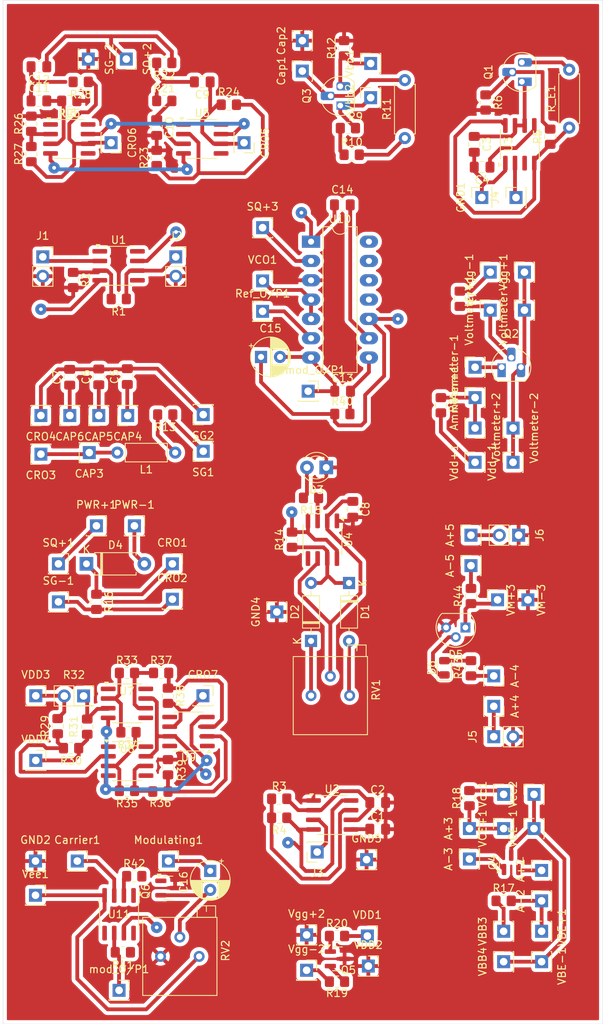
<source format=kicad_pcb>
(kicad_pcb (version 20241229) (generator "pcbnew") (generator_version "9.0")
  (layers (0 "F.Cu" signal) (2 "B.Cu" signal) (13 "F.Paste" user) (15 "B.Paste" user) (5 "F.SilkS" user "F.Silkscreen") (7 "B.SilkS" user "B.Silkscreen") (1 "F.Mask" user) (3 "B.Mask" user) (25 "Edge.Cuts" user))
  (net 0 "")
  (net 1 "Net-(Ammeter+1-Pin_1)")
  (net 2 "Net-(Ammeter+2-Pin_1)")
  (net 3 "Net-(Ammeter+3-Pin_1)")
  (net 4 "Net-(Ammeter+4-Pin_1)")
  (net 5 "Net-(Ammeter+5-Pin_1)")
  (net 6 "Net-(Ammeter-1-Pin_1)")
  (net 7 "Net-(Ammeter-2-Pin_1)")
  (net 8 "Net-(Ammeter-3-Pin_1)")
  (net 9 "Net-(Ammeter-4-Pin_1)")
  (net 10 "Net-(Ammeter-5-Pin_1)")
  (net 11 "GND")
  (net 12 "Net-(U2-CV)")
  (net 13 "Net-(U2-THR)")
  (net 14 "Net-(Q1-C)")
  (net 15 "Net-(GND1-Pin_1)")
  (net 16 "Net-(U3-CV)")
  (net 17 "Net-(CRO4-Pin_1)")
  (net 18 "Net-(CAP4-Pin_1)")
  (net 19 "Net-(CAP5-Pin_1)")
  (net 20 "Net-(CAP6-Pin_1)")
  (net 21 "Net-(U4-THR)")
  (net 22 "Net-(CRO5-Pin_1)")
  (net 23 "Net-(C9-Pad2)")
  (net 24 "Net-(U5-+)")
  (net 25 "Net-(C11-Pad1)")
  (net 26 "Net-(U6-+)")
  (net 27 "Net-(SQ+2-Pin_1)")
  (net 28 "Net-(Demod_O/P1-Pin_1)")
  (net 29 "Net-(U10-VCO_R)")
  (net 30 "Net-(U10-VCO_C)")
  (net 31 "-10V")
  (net 32 "+10V")
  (net 33 "Net-(Q6-G)")
  (net 34 "Net-(Modulating1-Pin_1)")
  (net 35 "Net-(Cap1-Pin_1)")
  (net 36 "Net-(CAP3-Pin_1)")
  (net 37 "Net-(Carrier1-Pin_1)")
  (net 38 "Net-(CRO1-Pin_1)")
  (net 39 "Net-(CRO2-Pin_1)")
  (net 40 "Net-(CRO6-Pin_1)")
  (net 41 "Net-(CRO7-Pin_1)")
  (net 42 "Net-(D1-A)")
  (net 43 "Net-(D1-K)")
  (net 44 "Net-(D2-K)")
  (net 45 "Net-(D3-A)")
  (net 46 "Net-(D4-A)")
  (net 47 "Net-(D5-G)")
  (net 48 "Net-(D5-A)")
  (net 49 "Net-(D6-A)")
  (net 50 "/Vin")
  (net 51 "/Vout")
  (net 52 "/TRIGGER")
  (net 53 "Net-(L1-Pad1)")
  (net 54 "Net-(mod_O/P1-Pin_1)")
  (net 55 "Net-(PWR+1-Pin_1)")
  (net 56 "Net-(Q1-E)")
  (net 57 "Net-(Q1-B)")
  (net 58 "Net-(Q2-S)")
  (net 59 "Net-(Q2-G)")
  (net 60 "Net-(Q3-B1)")
  (net 61 "Net-(Q3-B2)")
  (net 62 "Net-(Q4-E)")
  (net 63 "Net-(Q5-D)")
  (net 64 "Net-(Q5-G)")
  (net 65 "Net-(Q6-D)")
  (net 66 "Net-(U1-+)")
  (net 67 "Net-(U2-DIS)")
  (net 68 "VCC")
  (net 69 "Net-(Vgg-1-Pin_1)")
  (net 70 "Net-(Vdd+1-Pin_1)")
  (net 71 "Net-(R10-Pad2)")
  (net 72 "Net-(SG1-Pin_1)")
  (net 73 "Net-(U4-Q)")
  (net 74 "Net-(VBB3-Pin_1)")
  (net 75 "Net-(Vcc1-Pin_1)")
  (net 76 "Net-(Vgg-2-Pin_1)")
  (net 77 "Net-(VDD1-Pin_1)")
  (net 78 "Net-(U5--)")
  (net 79 "Net-(U6--)")
  (net 80 "Net-(U8--)")
  (net 81 "Net-(VDD3-Pin_1)")
  (net 82 "Net-(VDD4-Pin_1)")
  (net 83 "Net-(U7-+)")
  (net 84 "Net-(R33-Pad2)")
  (net 85 "Net-(U7--)")
  (net 86 "Net-(U8-+)")
  (net 87 "Net-(R35-Pad1)")
  (net 88 "Net-(U9--)")
  (net 89 "Net-(U9-+)")
  (net 90 "Net-(U11--)")
  (net 91 "Net-(Ref_O/P1-Pin_1)")
  (net 92 "/Vee")
  (net 93 "Net-(SQ+3-Pin_1)")
  (net 96 "+12V")
  (net 97 "-12V")
  (net 117 "Net-(U10-Phase_Detector_VCO_Input)")
  (footprint "Resistor_SMD:R_0805_2012Metric_Pad1.20x1.40mm_HandSolder" (layer "F.Cu") (at 109.219999 98.46 180)
    (property "Reference" "R15")
    (property "Value" "R")
  )
  (footprint "Connector_PinSocket_2.54mm:PinSocket_1x01_P2.54mm_Vertical" (layer "F.Cu") (at 139.57 155.445 90)
    (property "Reference" "VBE+1")
    (property "Value" "Conn_01x01")
  )
  (footprint "Capacitor_SMD:C_0805_2012Metric_Pad1.18x1.45mm_HandSolder" (layer "F.Cu") (at 117.9925 142.022499)
    (property "Reference" "C1")
    (property "Value" "0.01u")
  )
  (footprint "Connector_PinSocket_2.54mm:PinSocket_1x02_P2.54mm_Vertical" (layer "F.Cu") (at 133.269999 129.865 90)
    (property "Reference" "J5")
    (property "Value" "Conn_01x02")
  )
  (footprint "Connector_PinSocket_2.54mm:PinSocket_1x01_P2.54mm_Vertical" (layer "F.Cu") (at 133.269999 125.865 -90)
    (property "Reference" "A+4")
    (property "Value" "Conn_01x01")
  )
  (footprint "Package_SO:SOIC-8_3.9x4.9mm_P1.27mm" (layer "F.Cu") (at 93.088 129.1784 180)
    (property "Reference" "U9")
    (property "Value" "LM741")
  )
  (footprint "Resistor_SMD:R_0805_2012Metric_Pad1.20x1.40mm_HandSolder" (layer "F.Cu") (at 78.900001 43.762499 180)
    (property "Reference" "R28")
    (property "Value" "R")
  )
  (footprint "Connector_PinSocket_2.54mm:PinSocket_1x01_P2.54mm_Vertical" (layer "F.Cu") (at 117.070001 41.34 90)
    (property "Reference" "Vbb1")
    (property "Value" "Conn_01x01")
  )
  (footprint "Capacitor_SMD:C_0805_2012Metric_Pad1.18x1.45mm_HandSolder" (layer "F.Cu") (at 130.7 51.969999 -90)
    (property "Reference" "C3")
    (property "Value" "C")
  )
  (footprint "Resistor_SMD:R_0805_2012Metric_Pad1.20x1.40mm_HandSolder" (layer "F.Cu") (at 72.400001 49.262501 90)
    (property "Reference" "R26")
    (property "Value" "R")
  )
  (footprint "Resistor_SMD:R_0805_2012Metric_Pad1.20x1.40mm_HandSolder" (layer "F.Cu") (at 75.86668 128.4784 90)
    (property "Reference" "R29")
    (property "Value" "R_45deg")
  )
  (footprint "Connector_PinSocket_2.54mm:PinSocket_1x01_P2.54mm_Vertical" (layer "F.Cu") (at 131.7 58.97 90)
    (property "Reference" "GND1")
    (property "Value" "Conn_01x01")
  )
  (footprint "Package_TO_SOT_SMD:SOT-23" (layer "F.Cu") (at 90.3855 149.76)
    (property "Reference" "Q6")
    (property "Value" "NJFET")
  )
  (footprint "Resistor_SMD:R_0805_2012Metric_Pad1.20x1.40mm_HandSolder" (layer "F.Cu") (at 89.9 41.2625 180)
    (property "Reference" "R22")
    (property "Value" "R")
  )
  (footprint "Capacitor_SMD:C_0805_2012Metric_Pad1.18x1.45mm_HandSolder" (layer "F.Cu") (at 88.9 49.7625 -90)
    (property "Reference" "C10")
    (property "Value" "C")
  )
  (footprint "Package_SO:SOIC-8_3.9x4.9mm_P1.27mm" (layer "F.Cu") (at 110.72 103.96 -90)
    (property "Reference" "U4")
    (property "Value" "NE555P")
  )
  (footprint "Connector_PinSocket_2.54mm:PinSocket_1x01_P2.54mm_Vertical" (layer "F.Cu") (at 130.269999 107.365 90)
    (property "Reference" "A-5")
    (property "Value" "Conn_01x01")
  )
  (footprint "Connector_PinSocket_2.54mm:PinSocket_1x01_P2.54mm_Vertical" (layer "F.Cu") (at 72.988 132.9784)
    (property "Reference" "VDD4")
    (property "Value" "Conn_01x01")
  )
  (footprint "Diode_SMD:D_0805_2012Metric" (layer "F.Cu") (at 126.77 120.8025 90)
    (property "Reference" "D6")
    (property "Value" "D")
  )
  (footprint "Connector_PinSocket_2.54mm:PinSocket_1x01_P2.54mm_Vertical" (layer "F.Cu") (at 108.07 42.34 90)
    (property "Reference" "Cap1")
    (property "Value" "Conn_01x01")
  )
  (footprint "Resistor_SMD:R_0805_2012Metric_Pad1.20x1.40mm_HandSolder" (layer "F.Cu") (at 77.634447 131.367487 180)
    (property "Reference" "R30")
    (property "Value" "R_45deg")
  )
  (footprint "Capacitor_SMD:C_0805_2012Metric_Pad1.18x1.45mm_HandSolder" (layer "F.Cu") (at 85.028399 82.506799 90)
    (property "Reference" "C5")
    (property "Value" "C")
  )
  (footprint "Connector_PinSocket_2.54mm:PinSocket_1x01_P2.54mm_Vertical" (layer "F.Cu") (at 75.9682 112.1316)
    (property "Reference" "SG-1")
    (property "Value" "Conn_01x01")
  )
  (footprint "Connector_PinSocket_2.54mm:PinSocket_1x01_P2.54mm_Vertical" (layer "F.Cu") (at 130.81 81.28 90)
    (property "Reference" "Ammeter-1")
    (property "Value" "Conn_01x01")
  )
  (footprint "Resistor_SMD:R_0805_2012Metric_Pad1.20x1.40mm_HandSolder" (layer "F.Cu") (at 84.988 136.9784 180)
    (property "Reference" "R35")
    (property "Value" "R")
  )
  (footprint "Resistor_SMD:R_0805_2012Metric_Pad1.20x1.40mm_HandSolder" (layer "F.Cu") (at 83.91 72.31 180)
    (property "Reference" "R1")
    (property "Value" "R")
  )
  (footprint "Resistor_SMD:R_0805_2012Metric_Pad1.20x1.40mm_HandSolder" (layer "F.Cu") (at 128.81 72.28 -90)
    (property "Reference" "R7")
    (property "Value" "100k")
  )
  (footprint "Resistor_SMD:R_0805_2012Metric_Pad1.20x1.40mm_HandSolder" (layer "F.Cu") (at 132.2 46.47 -90)
    (property "Reference" "R6")
    (property "Value" "R")
  )
  (footprint "Connector_PinSocket_2.54mm:PinSocket_1x01_P2.54mm_Vertical" (layer "F.Cu") (at 80.0284 92.5068 180)
    (property "Reference" "CAP3")
    (property "Value" "Conn_01x01")
  )
  (footprint "Connector_PinSocket_2.54mm:PinSocket_1x01_P2.54mm_Vertical" (layer "F.Cu") (at 75.9682 107.1316)
    (property "Reference" "SQ+1")
    (property "Value" "Conn_01x01")
  )
  (footprint "Connector_PinSocket_2.54mm:PinSocket_1x01_P2.54mm_Vertical" (layer "F.Cu") (at 72.948 150.71)
    (property "Reference" "Vee1")
    (property "Value" "Conn_01x01")
  )
  (footprint "Connector_PinSocket_2.54mm:PinSocket_1x01_P2.54mm_Vertical" (layer "F.Cu") (at 80.9682 102.1316)
    (property "Reference" "PWR+1")
    (property "Value" "Conn_01x01")
  )
  (footprint "Package_TO_SOT_THT:TO-92" (layer "F.Cu") (at 129.54 115.505 180)
    (property "Reference" "D5")
    (property "Value" "Q_SCR_AGK")
  )
  (footprint "Resistor_SMD:R_0805_2012Metric_Pad1.20x1.40mm_HandSolder" (layer "F.Cu") (at 105.03 140.522499 180)
    (property "Reference" "R4")
    (property "Value" "R")
  )
  (footprint "Package_TO_SOT_SMD:SOT-23" (layer "F.Cu") (at 112.6975 159.07)
    (property "Reference" "Q5")
    (property "Value" "NMOS")
  )
  (footprint "Resistor_SMD:R_0805_2012Metric_Pad1.20x1.40mm_HandSolder" (layer "F.Cu") (at 112.635 156.07)
    (property "Reference" "R20")
    (property "Value" "1k")
  )
  (footprint "Package_SO:SOIC-8_3.9x4.9mm_P1.27mm" (layer "F.Cu") (at 94.899998 51.262503)
    (property "Reference" "U5")
    (property "Value" "LM741")
  )
  (footprint "Connector_PinSocket_2.54mm:PinSocket_1x02_P2.54mm_Vertical" (layer "F.Cu") (at 73.91 66.77)
    (property "Reference" "J1")
    (property "Value" "Conn_01x02")
  )
  (footprint "Connector_PinSocket_2.54mm:PinSocket_1x01_P2.54mm_Vertical" (layer "F.Cu") (at 72.988 124.4784)
    (property "Reference" "VDD3")
    (property "Value" "Conn_01x01")
  )
  (footprint "Package_SO:SOIC-8_3.9x4.9mm_P1.27mm" (layer "F.Cu") (at 77.400001 51.262499)
    (property "Reference" "U6")
    (property "Value" "LM741")
  )
  (footprint "Package_SO:SOIC-8_3.9x4.9mm_P1.27mm" (layer "F.Cu") (at 83.948 153.21 -90)
    (property "Reference" "U11")
    (property "Value" "LM741")
  )
  (footprint "Connector_PinSocket_2.54mm:PinSocket_1x01_P2.54mm_Vertical" (layer "F.Cu") (at 116.635 156.07)
    (property "Reference" "VDD1")
    (property "Value" "Conn_01x01")
  )
  (footprint "Package_SO:SOIC-8_3.9x4.9mm_P1.27mm" (layer "F.Cu") (at 112.005 140.157499)
    (property "Reference" "U2")
    (property "Value" "NE555P")
  )
  (footprint "Resistor_SMD:R_0805_2012Metric_Pad1.20x1.40mm_HandSolder" (layer "F.Cu") (at 130.07 137.945 90)
    (property "Reference" "R18")
    (property "Value" "R")
  )
  (footprint "Resistor_SMD:R_0805_2012Metric_Pad1.20x1.40mm_HandSolder" (layer "F.Cu") (at 114.07 49.84)
    (property "Reference" "R9")
    (property "Value" "R")
  )
  (footprint "Connector_PinSocket_2.54mm:PinSocket_1x02_P2.54mm_Vertical" (layer "F.Cu") (at 91.41 66.77)
    (property "Reference" "J2")
    (property "Value" "Conn_01x02")
  )
  (footprint "Connector_PinSocket_2.54mm:PinSocket_1x01_P2.54mm_Vertical" (layer "F.Cu") (at 78.448 146.21)
    (property "Reference" "Carrier1")
    (property "Value" "Conn_01x01")
  )
  (footprint "Connector_PinSocket_2.54mm:PinSocket_1x01_P2.54mm_Vertical" (layer "F.Cu") (at 116.76 160.02)
    (property "Reference" "VDD2")
    (property "Value" "Conn_01x01")
  )
  (footprint "Connector_PinSocket_2.54mm:PinSocket_1x01_P2.54mm_Vertical" (layer "F.Cu") (at 100.400001 51.7625 -90)
    (property "Reference" "CRO5")
    (property "Value" "Conn_01x01")
  )
  (footprint "Resistor_SMD:R_0805_2012Metric_Pad1.20x1.40mm_HandSolder" (layer "F.Cu") (at 77.91 69.81 -90)
    (property "Reference" "R2")
    (property "Value" "R")
  )
  (footprint "Capacitor_THT:CP_Radial_D5.0mm_P2.50mm" (layer "F.Cu") (at 95.948 147.504887 -90)
    (property "Reference" "C16")
    (property "Value" "C_Polarized")
  )
  (footprint "Capacitor_SMD:C_0805_2012Metric_Pad1.18x1.45mm_HandSolder" (layer "F.Cu") (at 94.899998 43.7625 180)
    (property "Reference" "C9")
    (property "Value" "C")
  )
  (footprint "Resistor_SMD:R_0805_2012Metric_Pad1.20x1.40mm_HandSolder" (layer "F.Cu") (at 112.635 162.07)
    (property "Reference" "R19")
    (property "Value" "100k")
  )
  (footprint "Connector_PinSocket_2.54mm:PinSocket_1x01_P2.54mm_Vertical" (layer "F.Cu") (at 72.948 146.21)
    (property "Reference" "GND2")
    (property "Value" "Conn_01x01")
  )
  (footprint "Connector_PinSocket_2.54mm:PinSocket_1x01_P2.54mm_Vertical" (layer "F.Cu") (at 85.09 87.63 180)
    (property "Reference" "CAP4")
    (property "Value" "Conn_01x01")
  )
  (footprint "Connector_PinSocket_2.54mm:PinSocket_2x01_P2.54mm_Vertical" (layer "F.Cu") (at 79.278 124.5034)
    (property "Reference" "R32")
    (property "Value" "R_Var")
  )
  (footprint "Resistor_SMD:R_0805_2012Metric_Pad1.20x1.40mm_HandSolder" (layer "F.Cu") (at 126.31 86.28 -90)
    (property "Reference" "R8")
    (property "Value" "1k")
  )
  (footprint "Connector_PinSocket_2.54mm:PinSocket_1x01_P2.54mm_Vertical" (layer "F.Cu") (at 83.948 163.21)
    (property "Reference" "mod_O/P1")
    (property "Value" "Conn_01x01")
  )
  (footprint "Connector_PinSocket_2.54mm:PinSocket_1x01_P2.54mm_Vertical" (layer "F.Cu") (at 135.81 93.78 90)
    (property "Reference" "Vdd-1")
    (property "Value" "Conn_01x01")
  )
  (footprint "Connector_PinSocket_2.54mm:PinSocket_1x01_P2.54mm_Vertical" (layer "F.Cu") (at 102.84 69.93)
    (property "Reference" "VCO1")
    (property "Value" "Conn_01x01")
  )
  (footprint "Connector_PinSocket_2.54mm:PinSocket_1x02_P2.54mm_Vertical" (layer "F.Cu") (at 136.544999 103.365 -90)
    (property "Reference" "J6")
    (property "Value" "Conn_01x02")
  )
  (footprint "Resistor_THT:R_Axial_DIN0207_L6.3mm_D2.5mm_P7.62mm_Horizontal" (layer "F.Cu") (at 143.2 49.78 90)
    (property "Reference" "R_E1")
    (property "Value" "R")
  )
  (footprint "Resistor_SMD:R_0805_2012Metric_Pad1.20x1.40mm_HandSolder" (layer "F.Cu") (at 113.57 39.34 90)
    (property "Reference" "R12")
    (property "Value" "R")
  )
  (footprint "Package_TO_SOT_THT:TO-92_HandSolder" (layer "F.Cu") (at 136.97 43.74 90)
    (property "Reference" "Q1")
    (property "Value" "PNP")
  )
  (footprint "Connector_PinSocket_2.54mm:PinSocket_1x01_P2.54mm_Vertical" (layer "F.Cu") (at 94.988 124.4784)
    (property "Reference" "CRO7")
    (property "Value" "Conn_01x01")
  )
  (footprint "Capacitor_SMD:C_0805_2012Metric_Pad1.18x1.45mm_HandSolder" (layer "F.Cu") (at 113.3775 84.43)
    (property "Reference" "C13")
    (property "Value" "0.001u")
  )
  (footprint "Package_SO:SOIC-8_3.9x4.9mm_P1.27mm" (layer "F.Cu") (at 85.013 133.0734)
    (property "Reference" "U8")
    (property "Value" "LM741")
  )
  (footprint "Connector_PinSocket_2.54mm:PinSocket_1x01_P2.54mm_Vertical" (layer "F.Cu") (at 90.9682 111.7816)
    (property "Reference" "CRO2")
    (property "Value" "Conn_01x01")
  )
  (footprint "Resistor_SMD:R_0805_2012Metric_Pad1.20x1.40mm_HandSolder" (layer "F.Cu") (at 77.400001 46.262499 180)
    (property "Reference" "R25")
    (property "Value" "R")
  )
  (footprint "Resistor_SMD:R_0805_2012Metric_Pad1.20x1.40mm_HandSolder" (layer "F.Cu") (at 130.269999 120.865 90)
    (property "Reference" "R43")
    (property "Value" "1.2k")
  )
  (footprint "Connector_PinSocket_2.54mm:PinSocket_1x01_P2.54mm_Vertical" (layer "F.Cu") (at 108.635 160.57)
    (property "Reference" "Vgg-2")
    (property "Value" "Conn_01x01")
  )
  (footprint "Resistor_SMD:R_0805_2012Metric_Pad1.20x1.40mm_HandSolder" (layer "F.Cu") (at 114.57 53.34)
    (property "Reference" "R10")
    (property "Value" "R")
  )
  (footprint "Package_DIP:CERDIP-14_W7.62mm_SideBrazed_LongPads" (layer "F.Cu") (at 109.22 64.77)
    (property "Reference" "U10")
    (property "Value" "LM565")
  )
  (footprint "Capacitor_SMD:C_0805_2012Metric_Pad1.18x1.45mm_HandSolder" (layer "F.Cu") (at 117.9925 138.522499)
    (property "Reference" "C2")
    (property "Value" "C")
  )
  (footprint "Diode_THT:D_DO-35_SOD27_P7.62mm_Horizontal" (layer "F.Cu") (at 109.219999 117.269999 90)
    (property "Reference" "D2")
    (property "Value" "1N4148")
  )
  (footprint "Connector_PinSocket_2.54mm:PinSocket_1x01_P2.54mm_Vertical" (layer "F.Cu") (at 139.57 151.445 90)
    (property "Reference" "A-2")
    (property "Value" "Conn_01x01")
  )
  (footprint "Connector_PinSocket_2.54mm:PinSocket_1x01_P2.54mm_Vertical" (layer "F.Cu") (at 85.9682 102.1316)
    (property "Reference" "PWR-1")
    (property "Value" "Conn_01x01")
  )
  (footprint "Connector_PinSocket_2.54mm:PinSocket_1x01_P2.54mm_Vertical" (layer "F.Cu") (at 134.57 141.945 90)
    (property "Reference" "VCE+1")
    (property "Value" "Conn_01x01")
  )
  (footprint "Connector_PinSocket_2.54mm:PinSocket_1x01_P2.54mm_Vertical" (layer "F.Cu") (at 77.47 87.63 180)
    (property "Reference" "CAP6")
    (property "Value" "Conn_01x01")
  )
  (footprint "Resistor_SMD:R_0805_2012Metric_Pad1.20x1.40mm_HandSolder" (layer "F.Cu") (at 105.03 138.022499)
    (property "Reference" "R3")
    (property "Value" "R")
  )
  (footprint "Resistor_SMD:R_0805_2012Metric_Pad1.20x1.40mm_HandSolder" (layer "F.Cu") (at 84.988 121.4784)
    (property "Reference" "R33")
    (property "Value" "R")
  )
  (footprint "Connector_PinSocket_2.54mm:PinSocket_1x01_P2.54mm_Vertical" (layer "F.Cu") (at 104.72 113.46 90)
    (property "Reference" "GND4")
    (property "Value" "Conn_01x01")
  )
  (footprint "Connector_PinSocket_2.54mm:PinSocket_1x01_P2.54mm_Vertical" (layer "F.Cu") (at 108.07 38.34 90)
    (property "Reference" "Cap2")
    (property "Value" "Conn_01x01")
  )
  (footprint "Diode_THT:D_A-405_P7.62mm_Horizontal" (layer "F.Cu") (at 79.6582 107.1316)
    (property "Reference" "D4")
    (property "Value" "D")
  )
  (footprint "Connector_PinSocket_2.54mm:PinSocket_1x01_P2.54mm_Vertical" (layer "F.Cu") (at 138.569999 141.945 90)
    (property "Reference" "VCE-1")
    (property "Value" "Conn_01x01")
  )
  (footprint "Resistor_SMD:R_0805_2012Metric_Pad1.20x1.40mm_HandSolder" (layer "F.Cu") (at 98.400002 46.762501)
    (property "Reference" "R24")
    (property "Value" "R")
  )
  (footprint "Connector_PinSocket_2.54mm:PinSocket_1x01_P2.54mm_Vertical" (layer "F.Cu") (at 108.84 84.43)
    (property "Reference" "Demod_O/P1")
    (property "Value" "Conn_01x01")
  )
  (footprint "Resistor_SMD:R_0805_2012Metric_Pad1.20x1.40mm_HandSolder" (layer "F.Cu") (at 90.388 124.4784 -90)
    (property "Reference" "R38")
    (property "Value" "R")
  )
  (footprint "Potentiometer_THT:Potentiometer_Bourns_3296P_Horizontal" (layer "F.Cu") (at 94.488 158.75 -90)
    (property "Reference" "RV2")
    (property "Value" "10k")
  )
  (footprint "Connector_PinSocket_2.54mm:PinSocket_1x01_P2.54mm_Vertical" (layer "F.Cu") (at 130.809998 93.78 90)
    (property "Reference" "Vdd+1")
    (property "Value" "Conn_01x01")
  )
  (footprint "Resistor_SMD:R_0805_2012Metric_Pad1.20x1.40mm_HandSolder" (layer "F.Cu") (at 130.269999 111.365 90)
    (property "Reference" "R44")
    (property "Value" "5K")
  )
  (footprint "Connector_PinSocket_2.54mm:PinSocket_1x01_P2.54mm_Vertical" (layer "F.Cu") (at 135.810001 89.28 -90)
    (property "Reference" "Voltmeter-2")
    (property "Value" "Conn_01x01")
  )
  (footprint "Inductor_THT:L_Axial_L5.3mm_D2.2mm_P7.62mm_Horizontal_Vishay_IM-1" (layer "F.Cu") (at 91.3384 92.5068 180)
    (property "Reference" "L1")
    (property "Value" "L")
  )
  (footprint "Connector_PinSocket_2.54mm:PinSocket_1x01_P2.54mm_Vertical" (layer "F.Cu") (at 136.2 58.97 90)
    (property "Reference" "J4")
    (property "Value" "Conn_01x01")
  )
  (footprint "Connector_PinSocket_2.54mm:PinSocket_1x01_P2.54mm_Vertical" (layer "F.Cu") (at 81.28 87.63 180)
    (property "Reference" "CAP5")
    (property "Value" "Conn_01x01")
  )
  (footprint "Connector_PinSocket_2.54mm:PinSocket_1x01_P2.54mm_Vertical" (layer "F.Cu") (at 102.84 62.93)
    (property "Reference" "SQ+3")
    (property "Value" "Conn_01x01")
  )
  (footprint "Resistor_THT:R_Axial_DIN0207_L6.3mm_D2.5mm_P7.62mm_Horizontal" (layer "F.Cu") (at 121.570001 51.15 90)
    (property "Reference" "R11")
    (property "Value" "R_Variable")
  )
  (footprint "Capacitor_SMD:C_0805_2012Metric_Pad1.18x1.45mm_HandSolder" (layer "F.Cu") (at 77.451601 82.593201 90)
    (property "Reference" "C7")
    (property "Value" "C")
  )
  (footprint "Connector_PinSocket_2.54mm:PinSocket_1x01_P2.54mm_Vertical" (layer "F.Cu") (at 95.0284 87.5068 180)
    (property "Reference" "SG2")
    (property "Value" "Conn_01x01")
  )
  (footprint "Connector_PinSocket_2.54mm:PinSocket_1x01_P2.54mm_Vertical" (layer "F.Cu") (at 139.57 159.445 90)
    (property "Reference" "VBE-1")
    (property "Value" "Conn_01x01")
  )
  (footprint "Connector_PinSocket_2.54mm:PinSocket_1x01_P2.54mm_Vertical" (layer "F.Cu") (at 108.635 155.92)
    (property "Reference" "Vgg+2")
    (property "Value" "Conn_01x01")
  )
  (footprint "Diode_THT:D_DO-35_SOD27_P7.62mm_Horizontal" (layer "F.Cu") (at 114.22 109.65 -90)
    (property "Reference" "D1")
    (property "Value" "1N4148")
  )
  (footprint "Connector_PinSocket_2.54mm:PinSocket_1x01_P2.54mm_Vertical" (layer "F.Cu") (at 95.0284 92.3268 180)
    (property "Reference" "SG1")
    (property "Value" "Conn_01x01")
  )
  (footprint "Connector_PinHeader_2.54mm:PinHeader_1x01_P2.54mm_Vertical" (layer "F.Cu") (at 102.84 73.93)
    (property "Reference" "Ref_O/P1")
    (property "Value" "Conn_01x01")
  )
  (footprint "Connector_PinSocket_2.54mm:PinSocket_1x01_P2.54mm_Vertical" (layer "F.Cu") (at 130.269999 103.365 90)
    (property "Reference" "A+5")
    (property "Value" "Conn_01x01")
  )
  (footprint "Resistor_SMD:R_0805_2012Metric_Pad1.20x1.40mm_HandSolder" (layer "F.Cu") (at 85.188 129.2784 180)
    (property "Reference" "R34")
    (property "Value" "R")
  )
  (footprint "Package_SO:SOIC-8_3.9x4.9mm_P1.27mm" (layer "F.Cu") (at 84.988 125.4784)
    (property "Reference" "U7")
    (property "Value" "LM741")
  )
  (footprint "Connector_PinSocket_2.54mm:PinSocket_1x01_P2.54mm_Vertical" (layer "F.Cu") (at 132.81 68.780001 90)
    (property "Reference" "Vgg-1")
    (property "Value" "Conn_01x01")
  )
  (footprint "Package_TO_SOT_THT:TO-92_HandSolder" (layer "F.Cu") (at 113.07 46.88 90)
    (property "Reference" "Q3")
    (property "Value" "Q_PUJT_BEB")
  )
  (footprint "Connector_PinSocket_2.54mm:PinSocket_1x01_P2.54mm_Vertical" (layer "F.Cu") (at 117.07 45.84 90)
    (property "Reference" "Vbb2")
    (property "Value" "Conn_01x01")
  )
  (footprint "Connector_PinSocket_2.54mm:PinSocket_1x01_P2.54mm_Vertical" (layer "F.Cu") (at 130.810001 89.28 -90)
    (property "Reference" "Voltmeter+2")
    (property "Value" "Conn_01x01")
  )
  (footprint "Connector_PinSocket_2.54mm:PinSocket_1x01_P2.54mm_Vertical" (layer "F.Cu") (at 134.57 159.445 90)
    (property "Reference" "VBB4")
    (property "Value" "Conn_01x01")
  )
  (footprint "Resistor_SMD:R_0805_2012Metric_Pad1.20x1.40mm_HandSolder" (layer "F.Cu") (at 80.9682 112.1316 -90)
    (property "Reference" "R16")
    (property "Value" "1k")
  )
  (footprint "Capacitor_SMD:C_0805_2012Metric_Pad1.18x1.45mm_HandSolder" (layer "F.Cu") (at 114.72 99.96 -90)
    (property "Reference" "C8")
    (property "Value" "C")
  )
  (footprint "Resistor_SMD:R_0805_2012Metric_Pad1.20x1.40mm_HandSolder" (layer "F.Cu") (at 84.448 158.21 180)
    (property "Reference" "R41")
    (property "Value" "10k")
  )
  (footprint "Resistor_SMD:R_0805_2012Metric_Pad1.20x1.40mm_HandSolder" (layer "F.Cu") (at 89.9 46.262499)
    (property "Reference" "R21")
    (property "Value" "R")
  )
  (footprint "Resistor_SMD:R_0805_2012Metric_Pad1.20x1.40mm_HandSolder" (layer "F.Cu") (at 90.388 133.8784 90)
    (property "Reference" "R39")
    (property "Value" "R")
  )
  (footprint "Resistor_SMD:R_0805_2012Metric_Pad1.20x1.40mm_HandSolder" (layer "F.Cu") (at 72.400001 53.262501 90)
    (property "Reference" "R27")
    (property "Value" "R")
  )
  (footprint "Connector_PinSocket_2.54mm:PinSocket_1x01_P2.54mm_Vertical" (layer "F.Cu") (at 73.66 92.71 180)
    (property "Reference" "CRO3")
    (property "Value" "Conn_01x01")
  )
  (footprint "Connector_PinSocket_2.54mm:PinSocket_1x01_P2.54mm_Vertical" (layer "F.Cu") (at 137.31 68.78 90)
    (property "Reference" "Vgg+1")
    (property "Value" "Conn_01x01")
  )
  (footprint "Resistor_SMD:R_0805_2012Metric_Pad1.20x1.40mm_HandSolder" (layer "F.Cu") (at 85.948 148.21)
    (property "Reference" "R42")
    (property "Value" "680R")
  )
  (footprint "Connector_PinSocket_2.54mm:PinSocket_1x01_P2.54mm_Vertical" (layer "F.Cu") (at 130.07 141.945 90)
    (property "Reference" "A+3")
    (property "Value" "Conn_01x01")
  )
  (footprint "Connector_PinSocket_2.54mm:PinSocket_1x01_P2.54mm_Vertical" (layer "F.Cu") (at 132.81 73.779999 90)
    (property "Reference" "Voltmeter+1")
    (property "Value" "Conn_01x01")
  )
  (footprint "Connector_PinSocket_2.54mm:PinSocket_1x01_P2.54mm_Vertical" (layer "F.Cu") (at 73.66 87.63 180)
    (property "Reference" "CRO4")
    (property "Value" "Conn_01x01")
  )
  (footprint "Capacitor_SMD:C_0805_2012Metric_Pad1.18x1.45mm_HandSolder" (layer "F.Cu") (at 73.4 41.772494 180)
    (property "Reference" "C12")
    (property "Value" "C")
  )
  (footprint "Resistor_SMD:R_0805_2012Metric_Pad1.20x1.40mm_HandSolder" (layer "F.Cu") (at 89.488 121.4784)
    (property "Reference" "R37")
    (property "Value" "R")
  )
  (footprint "Package_TO_SOT_SMD:SOT-23" (layer "F.Cu") (at 135.57 146.3825 90)
    (property "Reference" "Q4")
    (property "Value" "NPN")
  )
  (footprint "Package_TO_SOT_THT:TO-92_HandSolder" (layer "F.Cu") (at 134.31 81.28)
    (property "Reference" "Q2")
    (property "Value" "NJFET")
  )
  (footprint "Resistor_SMD:R_0805_2012Metric_Pad1.20x1.40mm_HandSolder" (layer "F.Cu") (at 134.57 151.445)
    (property "Reference" "R17")
    (property "Value" "R")
  )
  (footprint "Connector_PinSocket_2.54mm:PinSocket_1x01_P2.54mm_Vertical" (layer "F.Cu") (at 139.57 147.445 90)
    (property "Reference" "A+2")
    (property "Value" "Conn_01x01")
  )
  (footprint "Connector_PinSocket_2.54mm:PinSocket_1x01_P2.54mm_Vertical" (layer "F.Cu") (at 110.03 145.022499 180)
    (property "Reference" "J3")
    (property "Value" "Conn_01x01")
  )
  (footprint "Connector_PinSocket_2.54mm:PinSocket_1x01_P2.54mm_Vertical" (layer "F.Cu") (at 138.57 137.445 90)
    (property "Reference" "Vcc2")
    (property "Value" "Conn_01x01")
  )
  (footprint "Package_SO:SOIC-8_3.9x4.9mm_P1.27mm" (layer "F.Cu") (at 83.885 67.945)
    (property "Reference" "U1")
    (property "Value" "LM741")
  )
  (footprint "Connector_PinSocket_2.54mm:PinSocket_1x01_P2.54mm_Vertical" (layer "F.Cu") (at 137.31 73.78 90)
    (property "Reference" "Voltmeter-1")
    (property "Value" "Conn_01x01")
  )
  (footprint "Resistor_SMD:R_0805_2012Metric_Pad1.20x1.40mm_HandSolder" (layer "F.Cu") (at 106.72 103.96 90)
    (property "Reference" "R14")
    (property "Value" "1k")
  )
  (footprint "Connector_PinSocket_2.54mm:PinSocket_1x01_P2.54mm_Vertical" (layer "F.Cu") (at 90.9682 107.1316)
    (property "Reference" "CRO1")
    (property "Value" "Conn_01x01")
  )
  (footprint "Potentiometer_THT:Potentiometer_Bourns_3296P_Horizontal" (layer "F.Cu") (at 114.3 124.46 -90)
    (property "Reference" "RV1")
    (property "Value" "47k")
  )
  (footprint "Connector_PinSocket_2.54mm:PinSocket_1x01_P2.54mm_Vertical" (layer "F.Cu") (at 130.07 145.945 90)
    (property "Reference" "A-3")
    (property "Value" "Conn_01x01")
  )
  (footprint "Connector_PinSocket_2.54mm:PinSocket_1x01_P2.54mm_Vertical" (layer "F.Cu") (at 133.269999 121.865 -90)
    (property "Reference" "A-4")
    (property "Value" "Conn_01x01")
  )
  (footprint "Connector_PinSocket_2.54mm:PinSocket_1x01_P2.54mm_Vertical" (layer "F.Cu") (at 137.769999 111.865 90)
    (property "Reference" "VM-3")
    (property "Value" "Conn_01x01")
  )
  (footprint "Connector_PinSocket_2.54mm:PinSocket_1x01_P2.54mm_Vertical" (layer "F.Cu") (at 134.57 155.445 90)
    (property "Reference" "VBB3")
    (property "Value" "Conn_01x01")
  )
  (footprint "Capacitor_THT:CP_Radial_D5.0mm_P2.50mm" (layer "F.Cu") (at 102.634888 79.93)
    (property "Reference" "C15")
    (property "Value" "10u")
  )
  (footprint "Package_SO:SOIC-8_3.9x4.9mm_P1.27mm" (layer "F.Cu") (at 136.7 51.97 90)
    (property "Reference" "U3")
    (property "Value" "NE555P")
  )
  (footprint "LED_THT:LED_D3.0mm" (layer "F.Cu") (at 111.22 94.46 180)
    (property "Reference" "D3")
    (property "Value" "LED")
  )
  (footprint "Capacitor_SMD:C_0805_2012Metric_Pad1.18x1.45mm_HandSolder" (layer "F.Cu") (at 113.34 59.93 180)
    (property "Reference" "C14")
    (property "Value" "0.01u")
  )
  (footprint "Resistor_SMD:R_0805_2012Metric_Pad1.20x1.40mm_HandSolder" (layer "F.Cu") (at 90.0284 87.5068 180)
    (property "Reference" "R13")
    (property "Value" "R")
  )
  (footprint "Connector_PinSocket_2.54mm:PinSocket_1x01_P2.54mm_Vertical" (layer "F.Cu") (at 82.899998 51.762502 -90)
    (property "Reference" "CRO6")
    (property "Value" "Conn_01x01")
  )
  (footprint "Connector_PinSocket_2.54mm:PinSocket_1x01_P2.54mm_Vertical" (layer "F.Cu") (at 116.53 146.022499)
    (property "Reference" "GND5")
    (property "Value" "Conn_01x01")
  )
  (footprint "Resistor_SMD:R_0805_2012Metric_Pad1.20x1.40mm_HandSolder" (layer "F.Cu") (at 89.388 137.0784)
    (property "Reference" "R36")
    (property "Value" "R")
  )
  (footprint "Connector_PinSocket_2.54mm:PinSocket_1x01_P2.54mm_Vertical" (layer "F.Cu") (at 79.9 40.7625 -90)
    (property "Reference" "SG-2")
    (property "Value" "Conn_01x01")
  )
  (footprint "Capacitor_SMD:C_0805_2012Metric_Pad1.18x1.45mm_HandSolder" (layer "F.Cu") (at 73.4 46.262499)
    (property "Reference" "C11")
    (property "Value" "C")
  )
  (footprint "Connector_PinSocket_2.54mm:PinSocket_1x01_P2.54mm_Vertical" (layer "F.Cu") (at 134.57 137.445 90)
    (property "Reference" "Vcc1")
    (property "Value" "Conn_01x01")
  )
  (footprint "Connector_PinSocket_2.54mm:PinSocket_1x01_P2.54mm_Vertical" (layer "F.Cu") (at 90.448 146.21)
    (property "Reference" "Modulating1")
    (property "Value" "Conn_01x01")
  )
  (footprint "Capacitor_SMD:C_0805_2012Metric_Pad1.18x1.45mm_HandSolder" (layer "F.Cu") (at 131.7375 54.97 180)
    (property "Reference" "C4")
    (property "Value" "0.01u")
  )
  (footprint "Resistor_SMD:R_0805_2012Metric_Pad1.20x1.40mm_HandSolder" (layer "F.Cu") (at 88.900001 53.762499 90)
    (property "Reference" "R23")
    (property "Value" "R")
  )
  (footprint "Resistor_SMD:R_0805_2012Metric_Pad1.20x1.40mm_HandSolder" (layer "F.Cu") (at 79.755767 128.53906 -90)
    (property "Reference" "R31")
    (property "Value" "R_45deg")
  )
  (footprint "Connector_PinSocket_2.54mm:PinSocket_1x01_P2.54mm_Vertical" (layer "F.Cu") (at 133.769999 111.865 90)
    (property "Reference" "VM+3")
    (property "Value" "Conn_01x01")
  )
  (footprint "Connector_PinSocket_2.54mm:PinSocket_1x01_P2.54mm_Vertical" (layer "F.Cu") (at 130.81 85.279999 90)
    (property "Reference" "Ammeter+1")
    (property "Value" "Conn_01x01")
  )
  (footprint "Resistor_SMD:R_0805_2012Metric_Pad1.20x1.40mm_HandSolder" (layer "F.Cu") (at 140.7 50.97 90)
    (property "Reference" "R5")
    (property "Value" "R")
  )
  (footprint "Capacitor_SMD:C_0805_2012Metric_Pad1.18x1.45mm_HandSolder" (layer "F.Cu") (at 81.28 82.55 90)
    (property "Reference" "C6")
    (property "Value" "C")
  )
  (footprint "Resistor_SMD:R_0805_2012Metric_Pad1.20x1.40mm_HandSolder" (layer "F.Cu") (at 113.34 87.43)
    (property "Reference" "R40")
    (property "Value" "12k")
  )
  (footprint "Connector_PinSocket_2.54mm:PinSocket_1x01_P2.54mm_Vertical" (layer "F.Cu") (at 84.9 40.7625 -90)
    (property "Reference" "SQ+2")
    (property "Value" "Conn_01x01")
  )
  (gr_rect (start 68.68 33.02) (end 147.63 167.64) (stroke (width 0.05)) (fill no) (layer "Edge.Cuts"))
  (segment (start 130.81 85.279999) (end 130.810001 89.28) (width 0.5) (layer "F.Cu") (net 1))
  (segment (start 130.81 85.279999) (end 126.309999 85.279999) (width 0.5) (layer "F.Cu") (net 1))
  (segment (start 136.645 147.445) (end 136.52 147.319999) (width 0.5) (layer "F.Cu") (net 2))
  (segment (start 139.57 147.445) (end 136.645 147.445) (width 0.5) (layer "F.Cu") (net 2))
  (segment (start 130.07 138.945) (end 130.07 141.945) (width 0.5) (layer "F.Cu") (net 3))
  (segment (start 134.57 141.945) (end 130.07 141.945) (width 0.5) (layer "F.Cu") (net 3))
  (segment (start 133.269999 129.865) (end 133.269999 125.865) (width 0.5) (layer "F.Cu") (net 4))
  (segment (start 130.269999 103.365) (end 134.004999 103.365) (width 0.5) (layer "F.Cu") (net 5))
  (segment (start 134.31 81.28) (end 130.81 81.28) (width 0.5) (layer "F.Cu") (net 6))
  (segment (start 135.57 151.444999) (end 139.57 151.445) (width 0.5) (layer "F.Cu") (net 7))
  (segment (start 139.57 155.445) (end 139.57 151.445) (width 0.5) (layer "F.Cu") (net 7))
  (segment (start 134.620001 147.32) (end 133.245 145.945) (width 0.5) (layer "F.Cu") (net 8))
  (segment (start 133.245 145.945) (end 130.07 145.945) (width 0.5) (layer "F.Cu") (net 8))
  (segment (start 133.269999 121.865) (end 130.269999 121.865) (width 0.5) (layer "F.Cu") (net 9))
  (segment (start 130.269999 110.365) (end 130.269999 107.365) (width 0.5) (layer "F.Cu") (net 10))
  (segment (start 114.2325 101.485) (end 114.72 100.9975) (width 0.5) (layer "F.Cu") (net 11))
  (segment (start 112.625 101.485) (end 114.2325 101.485) (width 0.5) (layer "F.Cu") (net 11))
  (segment (start 114.52 142.022499) (end 114.48 142.062499) (width 0.5) (layer "F.Cu") (net 12))
  (segment (start 116.955 142.022499) (end 114.52 142.022499) (width 0.5) (layer "F.Cu") (net 12))
  (segment (start 114.48 140.792499) (end 115.454999 140.792499) (width 0.5) (layer "F.Cu") (net 13))
  (segment (start 116.955 139.292498) (end 116.955 138.522499) (width 0.5) (layer "F.Cu") (net 13))
  (segment (start 106.03 138.022499) (end 107.53 139.522499) (width 0.5) (layer "F.Cu") (net 13))
  (segment (start 115.454999 140.792499) (end 116.955 139.292498) (width 0.5) (layer "F.Cu") (net 13))
  (segment (start 115.455 137.022499) (end 116.955 138.522499) (width 0.5) (layer "F.Cu") (net 13))
  (segment (start 110.53 139.522499) (end 113.03 137.022499) (width 0.5) (layer "F.Cu") (net 13))
  (segment (start 107.53 139.522499) (end 109.53 139.522499) (width 0.5) (layer "F.Cu") (net 13))
  (segment (start 113.03 137.022499) (end 115.455 137.022499) (width 0.5) (layer "F.Cu") (net 13))
  (segment (start 109.53 139.522499) (end 110.53 139.522499) (width 0.5) (layer "F.Cu") (net 13))
  (segment (start 130.7 50.9325) (end 135.602499 50.9325) (width 0.5) (layer "F.Cu") (net 14))
  (segment (start 136.97 43.74) (end 137.335 44.105) (width 0.5) (layer "F.Cu") (net 14))
  (segment (start 135.602499 50.9325) (end 136.065 50.469999) (width 0.5) (layer "F.Cu") (net 14))
  (segment (start 137.335 44.105) (end 137.335 49.495001) (width 0.5) (layer "F.Cu") (net 14))
  (segment (start 136.065 49.495) (end 137.335 49.495001) (width 0.5) (layer "F.Cu") (net 14))
  (segment (start 136.065 50.469999) (end 136.065 49.495) (width 0.5) (layer "F.Cu") (net 14))
  (segment (start 134.795 55.419999) (end 133.244999 56.97) (width 0.5) (layer "F.Cu") (net 15))
  (segment (start 132.2 56.97) (end 130.7 55.47) (width 0.5) (layer "F.Cu") (net 15))
  (segment (start 133.244999 56.97) (end 132.2 56.97) (width 0.5) (layer "F.Cu") (net 15))
  (segment (start 131.7 57.47) (end 132.2 56.97) (width 0.5) (layer "F.Cu") (net 15))
  (segment (start 130.7 54.97) (end 130.7 53.0075) (width 0.5) (layer "F.Cu") (net 15))
  (segment (start 134.795 54.445) (end 134.795 55.419999) (width 0.5) (layer "F.Cu") (net 15))
  (segment (start 131.7 58.97) (end 131.7 57.47) (width 0.5) (layer "F.Cu") (net 15))
  (segment (start 130.7 55.47) (end 130.7 54.97) (width 0.5) (layer "F.Cu") (net 15))
  (segment (start 134.2 52.47) (end 136.1891 52.47) (width 0.5) (layer "F.Cu") (net 16))
  (segment (start 132.775 53.894999) (end 134.2 52.47) (width 0.5) (layer "F.Cu") (net 16))
  (segment (start 138.605001 50.0541) (end 138.605 49.495) (width 0.5) (layer "F.Cu") (net 16))
  (segment (start 136.1891 52.47) (end 138.605001 50.0541) (width 0.5) (layer "F.Cu") (net 16))
  (segment (start 132.775 54.97) (end 132.775 53.894999) (width 0.5) (layer "F.Cu") (net 16))
  (segment (start 75.924299 81.555701) (end 77.451601 81.555701) (width 0.5) (layer "F.Cu") (net 17))
  (segment (start 73.66 83.82) (end 75.924299 81.555701) (width 0.5) (layer "F.Cu") (net 17))
  (segment (start 77.451601 81.555701) (end 84.941997 81.555701) (width 0.5) (layer "F.Cu") (net 17))
  (segment (start 88.9909 81.469301) (end 85.0284 81.4693) (width 0.5) (layer "F.Cu") (net 17))
  (segment (start 84.941997 81.555701) (end 85.028399 81.469299) (width 0.5) (layer "F.Cu") (net 17))
  (segment (start 73.66 87.63) (end 73.66 83.82) (width 0.5) (layer "F.Cu") (net 17))
  (segment (start 95.0284 87.5068) (end 88.9909 81.469301) (width 0.5) (layer "F.Cu") (net 17))
  (segment (start 85.028399 87.568399) (end 85.09 87.63) (width 0.5) (layer "F.Cu") (net 18))
  (segment (start 85.028399 83.544299) (end 85.028399 87.568399) (width 0.5) (layer "F.Cu") (net 18))
  (segment (start 81.28 83.5875) (end 81.28 87.63) (width 0.5) (layer "F.Cu") (net 19))
  (segment (start 77.451601 87.611601) (end 77.47 87.63) (width 0.5) (layer "F.Cu") (net 20))
  (segment (start 77.451601 83.630701) (end 77.451601 87.611601) (width 0.5) (layer "F.Cu") (net 20))
  (segment (start 111.759998 114.920001) (end 115.72 110.959999) (width 0.5) (layer "F.Cu") (net 21))
  (segment (start 107.72 110.96) (end 107.72 109.380817) (width 0.5) (layer "F.Cu") (net 21))
  (segment (start 111.759998 114.999999) (end 111.759998 114.920001) (width 0.5) (layer "F.Cu") (net 21))
  (segment (start 115.719999 106.964318) (end 111.355 102.599318) (width 0.5) (layer "F.Cu") (net 21))
  (segment (start 115.72 110.959999) (end 115.719999 106.964318) (width 0.5) (layer "F.Cu") (net 21))
  (segment (start 113.3584 98.9225) (end 114.72 98.9225) (width 0.5) (layer "F.Cu") (net 21))
  (segment (start 107.72 109.380817) (end 110.085 107.015817) (width 0.5) (layer "F.Cu") (net 21))
  (segment (start 111.355 100.9259) (end 113.3584 98.9225) (width 0.5) (layer "F.Cu") (net 21))
  (segment (start 111.759999 121.92) (end 111.759998 114.999999) (width 0.5) (layer "F.Cu") (net 21))
  (segment (start 111.355 101.485) (end 111.355 100.9259) (width 0.5) (layer "F.Cu") (net 21))
  (segment (start 111.759998 114.999999) (end 107.72 110.96) (width 0.5) (layer "F.Cu") (net 21))
  (segment (start 111.355 102.599318) (end 111.355 101.485) (width 0.5) (layer "F.Cu") (net 21))
  (segment (start 110.085 107.015817) (end 110.085 106.435) (width 0.5) (layer "F.Cu") (net 21))
  (segment (start 97.375 51.8975) (end 100.265001 51.8975) (width 0.5) (layer "F.Cu") (net 22))
  (segment (start 96.899999 46.762501) (end 95.9375 47.725) (width 0.5) (layer "F.Cu") (net 22))
  (segment (start 97.400002 46.762501) (end 96.899999 46.762501) (width 0.5) (layer "F.Cu") (net 22))
  (segment (start 94.9 50.397501) (end 96.400002 51.8975) (width 0.5) (layer "F.Cu") (net 22))
  (segment (start 94.9 48.762499) (end 94.9 50.397501) (width 0.5) (layer "F.Cu") (net 22))
  (segment (start 95.9375 47.725) (end 94.9 48.762499) (width 0.5) (layer "F.Cu") (net 22))
  (segment (start 95.937499 43.7625) (end 95.9375 47.725) (width 0.5) (layer "F.Cu") (net 22))
  (segment (start 88.900001 46.262499) (end 88.9 44.7625) (width 0.5) (layer "F.Cu") (net 23))
  (segment (start 88.9 41.262501) (end 88.900001 42.7625) (width 0.5) (layer "F.Cu") (net 23))
  (segment (start 88.900001 42.7625) (end 89.9 43.7625) (width 0.5) (layer "F.Cu") (net 23))
  (segment (start 89.9 43.7625) (end 93.862501 43.762501) (width 0.5) (layer "F.Cu") (net 23))
  (segment (start 88.9 44.7625) (end 89.9 43.7625) (width 0.5) (layer "F.Cu") (net 23))
  (segment (start 90.076 50.523499) (end 90.076001 49.901001) (width 0.5) (layer "F.Cu") (net 24))
  (segment (start 91.450001 51.8975) (end 90.076 50.523499) (width 0.5) (layer "F.Cu") (net 24))
  (segment (start 92.425002 51.897502) (end 91.450001 51.8975) (width 0.5) (layer "F.Cu") (net 24))
  (segment (start 88.900001 48.725001) (end 88.900001 48.262501) (width 0.5) (layer "F.Cu") (net 24))
  (segment (start 88.900001 48.262501) (end 90.900001 46.262501) (width 0.5) (layer "F.Cu") (net 24))
  (segment (start 91.400003 51.897504) (end 92.375 51.8975) (width 0.5) (layer "F.Cu") (net 24))
  (segment (start 90.076001 49.901001) (end 88.900001 48.725001) (width 0.5) (layer "F.Cu") (net 24))
  (segment (start 72.900001 43.762501) (end 72.400001 44.262501) (width 0.5) (layer "F.Cu") (net 25))
  (segment (start 72.3625 43.225) (end 72.900001 43.762501) (width 0.5) (layer "F.Cu") (net 25))
  (segment (start 72.400001 44.262501) (end 72.4 44.7625) (width 0.5) (layer "F.Cu") (net 25))
  (segment (start 72.3625 44.8) (end 72.362499 46.262501) (width 0.5) (layer "F.Cu") (net 25))
  (segment (start 72.900001 43.762501) (end 76.900001 43.7625) (width 0.5) (layer "F.Cu") (net 25))
  (segment (start 72.4 44.7625) (end 72.3625 44.8) (width 0.5) (layer "F.Cu") (net 25))
  (segment (start 72.362499 41.772496) (end 72.3625 43.225) (width 0.5) (layer "F.Cu") (net 25))
  (segment (start 75.899999 51.8975) (end 76.65 51.147501) (width 0.5) (layer "F.Cu") (net 26))
  (segment (start 76.650002 46.5125) (end 76.400001 46.262499) (width 0.5) (layer "F.Cu") (net 26))
  (segment (start 76.65 51.147501) (end 76.650002 46.5125) (width 0.5) (layer "F.Cu") (net 26))
  (segment (start 76.400001 46.262499) (end 74.437501 46.262499) (width 0.5) (layer "F.Cu") (net 26))
  (segment (start 74.925002 51.8975) (end 75.899999 51.8975) (width 0.5) (layer "F.Cu") (net 26))
  (segment (start 82.900001 38.762501) (end 82.9 37.762502) (width 0.5) (layer "F.Cu") (net 27))
  (segment (start 82.9 37.762502) (end 88.899999 37.762498) (width 0.5) (layer "F.Cu") (net 27))
  (segment (start 74.437498 40.225001) (end 76.900001 37.762498) (width 0.5) (layer "F.Cu") (net 27))
  (segment (start 88.899999 37.762498) (end 90.900001 39.762501) (width 0.5) (layer "F.Cu") (net 27))
  (segment (start 84.9 40.7625) (end 82.900001 38.762501) (width 0.5) (layer "F.Cu") (net 27))
  (segment (start 76.900001 37.762498) (end 82.9 37.762502) (width 0.5) (layer "F.Cu") (net 27))
  (segment (start 74.437501 41.772494) (end 74.437498 40.225001) (width 0.5) (layer "F.Cu") (net 27))
  (segment (start 90.900001 39.762501) (end 90.900001 41.262501) (width 0.5) (layer "F.Cu") (net 27))
  (segment (start 112.34 83.43) (end 112.34 84.43) (width 0.5) (layer "F.Cu") (net 28))
  (segment (start 109.22 80.01) (end 109.22 80.31) (width 0.5) (layer "F.Cu") (net 28))
  (segment (start 105.134888 79.93) (end 109.14 79.93) (width 0.5) (layer "F.Cu") (net 28))
  (segment (start 109.22 80.31) (end 112.34 83.43) (width 0.5) (layer "F.Cu") (net 28))
  (segment (start 112.34 84.43) (end 108.84 84.43) (width 0.5) (layer "F.Cu") (net 28))
  (segment (start 109.14 79.93) (end 109.22 80.01) (width 0.5) (layer "F.Cu") (net 28))
  (segment (start 114.34 87.43) (end 114.34 84.505) (width 0.5) (layer "F.Cu") (net 29))
  (segment (start 114.415 84.43) (end 114.415 84.355) (width 0.5) (layer "F.Cu") (net 29))
  (segment (start 114.34 84.505) (end 114.415 84.43) (width 0.5) (layer "F.Cu") (net 29))
  (segment (start 114.415 84.355) (end 116.84 81.93) (width 0.5) (layer "F.Cu") (net 29))
  (segment (start 116.84 81.93) (end 116.84 80.01) (width 0.5) (layer "F.Cu") (net 29))
  (segment (start 114.3775 59.93) (end 114.3775 75.0075) (width 0.5) (layer "F.Cu") (net 30))
  (segment (start 114.3775 75.0075) (end 116.84 77.47) (width 0.5) (layer "F.Cu") (net 30))
  (segment (start 112.3025 59.93) (end 112.3025 61.6875) (width 0.5) (layer "F.Cu") (net 31))
  (segment (start 112.3025 61.6875) (end 109.22 64.77) (width 0.5) (layer "F.Cu") (net 31))
  (segment (start 109.22 64.77) (end 109.22 62.23) (width 0.5) (layer "F.Cu") (net 31))
  (segment (start 109.22 62.23) (end 107.95 60.96) (width 0.5) (layer "F.Cu") (net 31))
  (via (at 107.95 60.96) (size 1.5) (drill 0.5) (layers "F.Cu" "B.Cu") (net 31))
  (segment (start 102.634888 83.224888) (end 106.84 87.43) (width 0.5) (layer "F.Cu") (net 32))
  (segment (start 102.634888 79.93) (end 102.634888 83.224888) (width 0.5) (layer "F.Cu") (net 32))
  (segment (start 118.84 82.43) (end 118.84 76.93) (width 0.5) (layer "F.Cu") (net 32))
  (segment (start 116.34 84.93) (end 118.84 82.43) (width 0.5) (layer "F.Cu") (net 32))
  (segment (start 112.34 88.43) (end 112.84 88.93) (width 0.5) (layer "F.Cu") (net 32))
  (segment (start 112.84 88.93) (end 115.84 88.93) (width 0.5) (layer "F.Cu") (net 32))
  (segment (start 118.84 76.93) (end 116.84 74.93) (width 0.5) (layer "F.Cu") (net 32))
  (segment (start 115.84 88.93) (end 116.34 88.43) (width 0.5) (layer "F.Cu") (net 32))
  (segment (start 106.84 87.43) (end 112.34 87.43) (width 0.5) (layer "F.Cu") (net 32))
  (segment (start 116.34 88.43) (end 116.34 84.93) (width 0.5) (layer "F.Cu") (net 32))
  (segment (start 116.84 74.93) (end 120.65 74.93) (width 0.5) (layer "F.Cu") (net 32))
  (segment (start 112.34 87.43) (end 112.34 88.43) (width 0.5) (layer "F.Cu") (net 32))
  (via (at 120.65 74.93) (size 1.5) (drill 0.5) (layers "F.Cu" "B.Cu") (net 32))
  (segment (start 91.948 154.004886) (end 95.345443 150.607443) (width 0.5) (layer "F.Cu") (net 33))
  (segment (start 95.345443 150.607443) (end 95.948 150.004887) (width 0.5) (layer "F.Cu") (net 33))
  (segment (start 89.448 150.71) (end 95.242887 150.71) (width 0.5) (layer "F.Cu") (net 33))
  (segment (start 95.242887 150.71) (end 95.345443 150.607443) (width 0.5) (layer "F.Cu") (net 33))
  (segment (start 91.948 156.21) (end 91.948 154.004886) (width 0.5) (layer "F.Cu") (net 33))
  (segment (start 94.653113 146.21) (end 95.948 147.504887) (width 0.5) (layer "F.Cu") (net 34))
  (segment (start 90.448 146.21) (end 94.653113 146.21) (width 0.5) (layer "F.Cu") (net 34))
  (segment (start 116.88 43.53) (end 121.57 43.53) (width 0.5) (layer "F.Cu") (net 35))
  (segment (start 111.34 45.61) (end 108.07 42.34) (width 0.5) (layer "F.Cu") (net 35))
  (segment (start 114.8 45.61) (end 116.88 43.53) (width 0.5) (layer "F.Cu") (net 35))
  (segment (start 111.8 45.61) (end 111.34 45.61) (width 0.5) (layer "F.Cu") (net 35))
  (segment (start 111.8 45.61) (end 114.8 45.61) (width 0.5) (layer "F.Cu") (net 35))
  (segment (start 79.8252 92.71) (end 80.0284 92.5068) (width 0.5) (layer "F.Cu") (net 36))
  (segment (start 83.7184 92.5068) (end 80.0284 92.5068) (width 0.5) (layer "F.Cu") (net 36))
  (segment (start 73.66 92.71) (end 79.8252 92.71) (width 0.5) (layer "F.Cu") (net 36))
  (segment (start 78.448 146.21) (end 80.948 146.21) (width 0.5) (layer "F.Cu") (net 37))
  (segment (start 83.313 148.575) (end 83.313 150.735) (width 0.5) (layer "F.Cu") (net 37))
  (segment (start 80.948 146.21) (end 83.313 148.575) (width 0.5) (layer "F.Cu") (net 37))
  (segment (start 80.9682 108.4416) (end 79.6582 107.1316) (width 0.5) (layer "F.Cu") (net 38))
  (segment (start 80.9682 111.1316) (end 86.9682 111.1316) (width 0.5) (layer "F.Cu") (net 38))
  (segment (start 86.9682 111.1316) (end 90.9682 107.1316) (width 0.5) (layer "F.Cu") (net 38))
  (segment (start 80.9682 111.1316) (end 80.9682 108.4416) (width 0.5) (layer "F.Cu") (net 38))
  (segment (start 78.4682 112.1316) (end 79.4682 113.1316) (width 0.5) (layer "F.Cu") (net 39))
  (segment (start 75.9682 112.1316) (end 78.4682 112.1316) (width 0.5) (layer "F.Cu") (net 39))
  (segment (start 79.4682 113.1316) (end 80.9682 113.1316) (width 0.5) (layer "F.Cu") (net 39))
  (segment (start 80.9682 113.1316) (end 89.6182 113.1316) (width 0.5) (layer "F.Cu") (net 39))
  (segment (start 89.6182 113.1316) (end 90.9682 111.7816) (width 0.5) (layer "F.Cu") (net 39))
  (segment (start 72.400001 54.2625) (end 74.4 56.262502) (width 0.5) (layer "F.Cu") (net 40))
  (segment (start 80.900001 44.262502) (end 80.900001 46.762502) (width 0.5) (layer "F.Cu") (net 40))
  (segment (start 80.900001 46.762502) (end 79.900001 47.7625) (width 0.5) (layer "F.Cu") (net 40))
  (segment (start 79.900001 47.7625) (end 78.899998 47.762499) (width 0.5) (layer "F.Cu") (net 40))
  (segment (start 78.035002 51.8975) (end 77.400001 51.262499) (width 0.5) (layer "F.Cu") (net 40))
  (segment (start 76.4 56.2625) (end 78.034998 54.6275) (width 0.5) (layer "F.Cu") (net 40))
  (segment (start 78.034998 54.6275) (end 78.035002 51.8975) (width 0.5) (layer "F.Cu") (net 40))
  (segment (start 82.899998 51.762502) (end 80.01 51.7625) (width 0.5) (layer "F.Cu") (net 40))
  (segment (start 80.400001 43.762501) (end 80.900001 44.262502) (width 0.5) (layer "F.Cu") (net 40))
  (segment (start 80.01 51.7625) (end 79.874998 51.8975) (width 0.5) (layer "F.Cu") (net 40))
  (segment (start 78.899998 47.762499) (end 77.399999 49.262501) (width 0.5) (layer "F.Cu") (net 40))
  (segment (start 79.874998 51.8975) (end 78.035002 51.8975) (width 0.5) (layer "F.Cu") (net 40))
  (segment (start 74.4 56.262502) (end 76.4 56.2625) (width 0.5) (layer "F.Cu") (net 40))
  (segment (start 79.899999 43.7625) (end 80.400001 43.762501) (width 0.5) (layer "F.Cu") (net 40))
  (segment (start 77.400001 51.262499) (end 77.399999 49.262501) (width 0.5) (layer "F.Cu") (net 40))
  (segment (start 92.039 126.4294) (end 93.037 126.4294) (width 0.5) (layer "F.Cu") (net 41))
  (segment (start 91.1721 128.5434) (end 92.039 127.6765) (width 0.5) (layer "F.Cu") (net 41))
  (segment (start 90.613 128.5434) (end 91.1721 128.5434) (width 0.5) (layer "F.Cu") (net 41))
  (segment (start 91.088 125.4784) (end 90.388 125.4784) (width 0.5) (layer "F.Cu") (net 41))
  (segment (start 93.037 126.4294) (end 94.988 124.4784) (width 0.5) (layer "F.Cu") (net 41))
  (segment (start 92.039 126.4294) (end 91.088 125.4784) (width 0.5) (layer "F.Cu") (net 41))
  (segment (start 92.039 127.6765) (end 92.039 126.4294) (width 0.5) (layer "F.Cu") (net 41))
  (segment (start 114.22 124.380001) (end 114.3 124.46) (width 0.5) (layer "F.Cu") (net 42))
  (segment (start 114.22 117.27) (end 114.22 124.380001) (width 0.5) (layer "F.Cu") (net 42))
  (segment (start 111.355 106.435) (end 111.355 105.460001) (width 0.5) (layer "F.Cu") (net 43))
  (segment (start 110.854999 104.96) (end 106.72 104.96) (width 0.5) (layer "F.Cu") (net 43))
  (segment (start 111.355 108.825) (end 111.355 106.435) (width 0.5) (layer "F.Cu") (net 43))
  (segment (start 111.355 105.460001) (end 110.854999 104.96) (width 0.5) (layer "F.Cu") (net 43))
  (segment (start 111.585 108.825) (end 112.41 109.65) (width 0.5) (layer "F.Cu") (net 43))
  (segment (start 111.355 108.825) (end 111.585 108.825) (width 0.5) (layer "F.Cu") (net 43))
  (segment (start 112.41 109.65) (end 114.22 109.65) (width 0.5) (layer "F.Cu") (net 43))
  (segment (start 109.22 109.649999) (end 110.530001 109.649999) (width 0.5) (layer "F.Cu") (net 43))
  (segment (start 110.530001 109.649999) (end 111.355 108.825) (width 0.5) (layer "F.Cu") (net 43))
  (segment (start 109.219999 117.269999) (end 109.22 124.46) (width 0.5) (layer "F.Cu") (net 44))
  (segment (start 108.68 98) (end 108.22 98.460001) (width 0.5) (layer "F.Cu") (net 45))
  (segment (start 108.68 94.46) (end 108.68 98) (width 0.5) (layer "F.Cu") (net 45))
  (segment (start 85.9682 102.1316) (end 85.9682 105.8216) (width 0.5) (layer "F.Cu") (net 46))
  (segment (start 85.9682 105.8216) (end 87.2782 107.1316) (width 0.5) (layer "F.Cu") (net 46))
  (segment (start 126.145 121.740001) (end 125.269999 120.865001) (width 0.5) (layer "F.Cu") (net 47))
  (segment (start 125.269999 120.865001) (end 125.269998 118.855763) (width 0.5) (layer "F.Cu") (net 47))
  (segment (start 125.269998 118.855763) (end 127.350762 116.774999) (width 0.5) (layer "F.Cu") (net 47))
  (segment (start 127.350762 116.774999) (end 128.27 116.775) (width 0.5) (layer "F.Cu") (net 47))
  (segment (start 126.769999 121.740001) (end 126.145 121.740001) (width 0.5) (layer "F.Cu") (net 47))
  (segment (start 133.269999 112.365) (end 133.769999 111.865) (width 0.5) (layer "F.Cu") (net 48))
  (segment (start 129.54 115.505) (end 129.54 113.094999) (width 0.5) (layer "F.Cu") (net 48))
  (segment (start 130.269999 112.365) (end 133.269999 112.365) (width 0.5) (layer "F.Cu") (net 48))
  (segment (start 129.54 113.094999) (end 130.269999 112.365) (width 0.5) (layer "F.Cu") (net 48))
  (segment (start 130.269999 119.865) (end 126.769999 119.864999) (width 0.5) (layer "F.Cu") (net 49))
  (segment (start 73.91 66.77) (end 74.45 67.31) (width 0.5) (layer "F.Cu") (net 50))
  (segment (start 74.45 67.31) (end 81.41 67.31) (width 0.5) (layer "F.Cu") (net 50))
  (segment (start 84.91 69.055001) (end 85.385001 68.58) (width 0.5) (layer "F.Cu") (net 51))
  (segment (start 110.226363 140.792499) (end 111.205999 141.772135) (width 0.5) (layer "F.Cu") (net 51))
  (segment (start 111.205999 141.772135) (end 111.205999 143.8465) (width 0.5) (layer "F.Cu") (net 51))
  (segment (start 85.385001 68.58) (end 86.36 68.58) (width 0.5) (layer "F.Cu") (net 51))
  (segment (start 84.91 72.31) (end 84.91 69.055001) (width 0.5) (layer "F.Cu") (net 51))
  (segment (start 86.36 68.58) (end 89.6 68.58) (width 0.5) (layer "F.Cu") (net 51))
  (segment (start 89.6 68.58) (end 91.41 66.77) (width 0.5) (layer "F.Cu") (net 51))
  (segment (start 111.205999 143.8465) (end 110.03 145.022499) (width 0.5) (layer "F.Cu") (net 51))
  (segment (start 109.53 140.792499) (end 110.226363 140.792499) (width 0.5) (layer "F.Cu") (net 51))
  (segment (start 136.065 54.445) (end 136.065 58.835) (width 0.5) (layer "F.Cu") (net 52))
  (segment (start 136.065 58.835) (end 136.2 58.97) (width 0.5) (layer "F.Cu") (net 52))
  (segment (start 89.0284 87.5068) (end 89.0284 90.196801) (width 0.5) (layer "F.Cu") (net 53))
  (segment (start 89.0284 90.196801) (end 91.3384 92.5068) (width 0.5) (layer "F.Cu") (net 53))
  (segment (start 83.948 163.21) (end 83.948 158.71) (width 0.5) (layer "F.Cu") (net 54))
  (segment (start 83.313 155.685) (end 83.313 158.075) (width 0.5) (layer "F.Cu") (net 54))
  (segment (start 83.313 158.075) (end 83.448 158.21) (width 0.5) (layer "F.Cu") (net 54))
  (segment (start 83.948 158.71) (end 83.448 158.21) (width 0.5) (layer "F.Cu") (net 54))
  (segment (start 75.9682 107.1316) (end 80.9682 102.1316) (width 0.5) (layer "F.Cu") (net 55))
  (segment (start 142.24 41.2) (end 136.97 41.2) (width 0.5) (layer "F.Cu") (net 56))
  (segment (start 143.2 42.16) (end 142.24 41.2) (width 0.5) (layer "F.Cu") (net 56))
  (segment (start 139.7 48.97) (end 139.7 42.47) (width 0.5) (layer "F.Cu") (net 57))
  (segment (start 140.7 49.97) (end 139.7 48.97) (width 0.5) (layer "F.Cu") (net 57))
  (segment (start 139.7 42.47) (end 135.7 42.47) (width 0.5) (layer "F.Cu") (net 57))
  (segment (start 132.2 45.47) (end 132.7 45.47) (width 0.5) (layer "F.Cu") (net 57))
  (segment (start 132.7 45.47) (end 135.7 42.47) (width 0.5) (layer "F.Cu") (net 57))
  (segment (start 135.81 82.32) (end 136.85 81.28) (width 0.5) (layer "F.Cu") (net 58))
  (segment (start 135.81 93.78) (end 135.810001 89.28) (width 0.5) (layer "F.Cu") (net 58))
  (segment (start 135.810001 89.28) (end 135.81 82.32) (width 0.5) (layer "F.Cu") (net 58))
  (segment (start 137.31 68.78) (end 137.31 73.78) (width 0.5) (layer "F.Cu") (net 58))
  (segment (start 137.31 80.82) (end 136.85 81.28) (width 0.5) (layer "F.Cu") (net 58))
  (segment (start 137.31 73.78) (end 137.31 80.82) (width 0.5) (layer "F.Cu") (net 58))
  (segment (start 135.58 80.01) (end 132.81 77.24) (width 0.5) (layer "F.Cu") (net 59))
  (segment (start 132.81 77.24) (end 132.81 73.779999) (width 0.5) (layer "F.Cu") (net 59))
  (segment (start 132.310001 73.28) (end 132.81 73.779999) (width 0.5) (layer "F.Cu") (net 59))
  (segment (start 128.810001 73.28) (end 132.310001 73.28) (width 0.5) (layer "F.Cu") (net 59))
  (segment (start 114.570001 41.34) (end 113.57 40.34) (width 0.5) (layer "F.Cu") (net 60))
  (segment (start 117.070001 41.34) (end 114.570001 41.34) (width 0.5) (layer "F.Cu") (net 60))
  (segment (start 113.07 40.84) (end 113.57 40.34) (width 0.5) (layer "F.Cu") (net 60))
  (segment (start 113.07 44.34) (end 113.07 40.84) (width 0.5) (layer "F.Cu") (net 60))
  (segment (start 117.07 45.84) (end 116.03 46.88) (width 0.5) (layer "F.Cu") (net 61))
  (segment (start 113.07 47.840001) (end 115.07 49.84) (width 0.5) (layer "F.Cu") (net 61))
  (segment (start 113.07 46.88) (end 113.07 47.840001) (width 0.5) (layer "F.Cu") (net 61))
  (segment (start 116.03 46.88) (end 113.07 46.88) (width 0.5) (layer "F.Cu") (net 61))
  (segment (start 135.57 144.445) (end 138.07 141.945) (width 0.5) (layer "F.Cu") (net 62))
  (segment (start 142.57 156.445) (end 142.57 145.945001) (width 0.5) (layer "F.Cu") (net 62))
  (segment (start 142.57 145.945001) (end 138.569999 141.945) (width 0.5) (layer "F.Cu") (net 62))
  (segment (start 139.57 159.445) (end 142.57 156.445) (width 0.5) (layer "F.Cu") (net 62))
  (segment (start 134.57 159.445) (end 139.57 159.445) (width 0.5) (layer "F.Cu") (net 62))
  (segment (start 135.57 145.445) (end 135.57 144.445) (width 0.5) (layer "F.Cu") (net 62))
  (segment (start 138.569999 141.945) (end 138.57 137.445) (width 0.5) (layer "F.Cu") (net 62))
  (segment (start 138.07 141.945) (end 138.569999 141.945) (width 0.5) (layer "F.Cu") (net 62))
  (segment (start 111.76 158.12) (end 111.76 156.195) (width 0.5) (layer "F.Cu") (net 63))
  (segment (start 111.76 156.195) (end 111.635 156.07) (width 0.5) (layer "F.Cu") (net 63))
  (segment (start 111.76 160.195) (end 113.635 162.07) (width 0.5) (layer "F.Cu") (net 64))
  (segment (start 111.76 160.02) (end 111.76 160.195) (width 0.5) (layer "F.Cu") (net 64))
  (segment (start 81.41 68.58) (end 82.384999 68.58) (width 0.5) (layer "F.Cu") (net 66))
  (segment (start 77.91 68.81) (end 81.18 68.81) (width 0.5) (layer "F.Cu") (net 66))
  (segment (start 81.18 68.81) (end 81.41 68.58) (width 0.5) (layer "F.Cu") (net 66))
  (segment (start 82.384999 68.58) (end 82.91 69.105001) (width 0.5) (layer "F.Cu") (net 66))
  (segment (start 82.91 69.105001) (end 82.91 72.31) (width 0.5) (layer "F.Cu") (net 66))
  (segment (start 108.03 148.522499) (end 104.03 144.522499) (width 0.5) (layer "F.Cu") (net 67))
  (segment (start 114.48 139.522499) (end 113.505001 139.522499) (width 0.5) (layer "F.Cu") (net 67))
  (segment (start 111.53 148.522499) (end 108.03 148.522499) (width 0.5) (layer "F.Cu") (net 67))
  (segment (start 104.03 144.522499) (end 104.03 140.522499) (width 0.5) (layer "F.Cu") (net 67))
  (segment (start 104.03 138.022499) (end 104.03 140.522499) (width 0.5) (layer "F.Cu") (net 67))
  (segment (start 113.505001 139.522499) (end 113.03 139.9975) (width 0.5) (layer "F.Cu") (net 67))
  (segment (start 113.03 147.022499) (end 111.53 148.522499) (width 0.5) (layer "F.Cu") (net 67))
  (segment (start 113.03 139.9975) (end 113.03 147.022499) (width 0.5) (layer "F.Cu") (net 67))
  (segment (start 108.53 147.522499) (end 107.95 146.942499) (width 0.5) (layer "F.Cu") (net 68))
  (segment (start 134.27 48.97) (end 130.200001 48.97) (width 0.5) (layer "F.Cu") (net 68))
  (segment (start 130.7 60.969999) (end 136.802 60.97) (width 0.5) (layer "F.Cu") (net 68))
  (segment (start 107.95 146.942499) (end 107.95 144.78) (width 0.5) (layer "F.Cu") (net 68))
  (segment (start 114.48 138.252499) (end 113.3 138.252499) (width 0.5) (layer "F.Cu") (net 68))
  (segment (start 108.815 103.055) (end 108.815 101.485) (width 0.5) (layer "F.Cu") (net 68))
  (segment (start 106.72 100.37) (end 106.68 100.33) (width 0.5) (layer "F.Cu") (net 68))
  (segment (start 128.2 50.970001) (end 128.2 58.469999) (width 0.5) (layer "F.Cu") (net 68))
  (segment (start 112.625 106.435) (end 112.625 105.364999) (width 0.5) (layer "F.Cu") (net 68))
  (segment (start 113.07 49.84) (end 113.069999 52.84) (width 0.5) (layer "F.Cu") (net 68))
  (segment (start 107.49 142.062499) (end 107.49 141.982499) (width 0.5) (layer "F.Cu") (net 68))
  (segment (start 111.22 103.959999) (end 109.72 103.96) (width 0.5) (layer "F.Cu") (net 68))
  (segment (start 138.605 54.445) (end 138.605 54.065) (width 0.5) (layer "F.Cu") (net 68))
  (segment (start 107.95 144.78) (end 106.965986 143.795986) (width 0.5) (layer "F.Cu") (net 68))
  (segment (start 108.72 102.960001) (end 108.815 103.055) (width 0.5) (layer "F.Cu") (net 68))
  (segment (start 113.069999 52.84) (end 113.57 53.34) (width 0.5) (layer "F.Cu") (net 68))
  (segment (start 128.2 58.469999) (end 130.7 60.969999) (width 0.5) (layer "F.Cu") (net 68))
  (segment (start 138.605 59.167) (end 138.605 54.445) (width 0.5) (layer "F.Cu") (net 68))
  (segment (start 130.200001 48.97) (end 128.2 50.970001) (width 0.5) (layer "F.Cu") (net 68))
  (segment (start 140.7 51.97) (end 141.01 51.969999) (width 0.5) (layer "F.Cu") (net 68))
  (segment (start 112.625 105.364999) (end 111.22 103.959999) (width 0.5) (layer "F.Cu") (net 68))
  (segment (start 112.03 146.522499) (end 111.03 147.522499) (width 0.5) (layer "F.Cu") (net 68))
  (segment (start 138.605 54.065) (end 140.7 51.97) (width 0.5) (layer "F.Cu") (net 68))
  (segment (start 107.95 144.78) (end 107.95 142.522499) (width 0.5) (layer "F.Cu") (net 68))
  (segment (start 106.965986 143.795986) (end 106.172638 143.795986) (width 0.5) (layer "F.Cu") (net 68))
  (segment (start 107.95 142.522499) (end 107.49 142.062499) (width 0.5) (layer "F.Cu") (net 68))
  (segment (start 106.72 102.96) (end 108.72 102.960001) (width 0.5) (layer "F.Cu") (net 68))
  (segment (start 111.03 147.522499) (end 108.53 147.522499) (width 0.5) (layer "F.Cu") (net 68))
  (segment (start 113.3 138.252499) (end 112.03 139.522499) (width 0.5) (layer "F.Cu") (net 68))
  (segment (start 107.49 142.062499) (end 109.53 142.062499) (width 0.5) (layer "F.Cu") (net 68))
  (segment (start 141.01 51.969999) (end 143.2 49.78) (width 0.5) (layer "F.Cu") (net 68))
  (segment (start 107.49 141.982499) (end 106.03 140.522499) (width 0.5) (layer "F.Cu") (net 68))
  (segment (start 106.72 102.96) (end 106.72 100.37) (width 0.5) (layer "F.Cu") (net 68))
  (segment (start 134.795 49.495) (end 134.27 48.97) (width 0.5) (layer "F.Cu") (net 68))
  (segment (start 109.72 103.96) (end 108.815 103.055) (width 0.5) (layer "F.Cu") (net 68))
  (segment (start 136.802 60.97) (end 138.605 59.167) (width 0.5) (layer "F.Cu") (net 68))
  (segment (start 112.03 139.522499) (end 112.03 146.522499) (width 0.5) (layer "F.Cu") (net 68))
  (via (at 106.68 100.33) (size 1.5) (drill 0.5) (layers "F.Cu" "B.Cu") (net 68))
  (via (at 106.172638 143.795986) (size 1.5) (drill 0.5) (layers "F.Cu" "B.Cu") (net 68))
  (segment (start 128.809999 71.28) (end 130.310001 71.28) (width 0.5) (layer "F.Cu") (net 69))
  (segment (start 130.310001 71.28) (end 132.81 68.780001) (width 0.5) (layer "F.Cu") (net 69))
  (segment (start 130.31 93.78) (end 126.31 89.779999) (width 0.5) (layer "F.Cu") (net 70))
  (segment (start 130.809998 93.78) (end 130.31 93.78) (width 0.5) (layer "F.Cu") (net 70))
  (segment (start 126.310001 87.28) (end 126.31 89.779999) (width 0.5) (layer "F.Cu") (net 70))
  (segment (start 115.57 53.34) (end 119.38 53.34) (width 0.5) (layer "F.Cu") (net 71))
  (segment (start 119.38 53.34) (end 121.570001 51.15) (width 0.5) (layer "F.Cu") (net 71))
  (segment (start 91.028401 88.326799) (end 91.0284 87.506801) (width 0.5) (layer "F.Cu") (net 72))
  (segment (start 95.0284 92.3268) (end 91.028401 88.326799) (width 0.5) (layer "F.Cu") (net 72))
  (segment (start 110.085 98.595) (end 110.22 98.46) (width 0.5) (layer "F.Cu") (net 73))
  (segment (start 110.085 101.485) (end 110.085 98.595) (width 0.5) (layer "F.Cu") (net 73))
  (segment (start 134.57 155.445) (end 134.57 152.445) (width 0.5) (layer "F.Cu") (net 74))
  (segment (start 134.57 152.445) (end 133.57 151.445) (width 0.5) (layer "F.Cu") (net 74))
  (segment (start 134.07 136.945) (end 134.57 137.445) (width 0.5) (layer "F.Cu") (net 75))
  (segment (start 130.07 136.945) (end 134.07 136.945) (width 0.5) (layer "F.Cu") (net 75))
  (segment (start 110.135 160.57) (end 111.635 162.07) (width 0.5) (layer "F.Cu") (net 76))
  (segment (start 108.635 160.57) (end 110.135 160.57) (width 0.5) (layer "F.Cu") (net 76))
  (segment (start 113.635 156.07) (end 116.635 156.07) (width 0.5) (layer "F.Cu") (net 77))
  (segment (start 101.372501 46.762501) (end 102.87 48.26) (width 0.5) (layer "F.Cu") (net 78))
  (segment (start 93.265 50.627501) (end 94.399998 51.762502) (width 0.5) (layer "F.Cu") (net 78))
  (segment (start 94.399998 51.762502) (end 94.4 55.762503) (width 0.5) (layer "F.Cu") (net 78))
  (segment (start 102.87 53.34) (end 100.447497 55.762503) (width 0.5) (layer "F.Cu") (net 78))
  (segment (start 92.425001 50.627501) (end 93.265 50.627501) (width 0.5) (layer "F.Cu") (net 78))
  (segment (start 94.4 55.762503) (end 93.699003 56.4635) (width 0.5) (layer "F.Cu") (net 78))
  (segment (start 99.400002 46.762501) (end 101.372501 46.762501) (width 0.5) (layer "F.Cu") (net 78))
  (segment (start 102.87 48.26) (end 102.87 53.34) (width 0.5) (layer "F.Cu") (net 78))
  (segment (start 100.447497 55.762503) (end 94.4 55.762503) (width 0.5) (layer "F.Cu") (net 78))
  (segment (start 93.699003 56.4635) (end 90.601 56.4635) (width 0.5) (layer "F.Cu") (net 78))
  (segment (start 90.601 56.4635) (end 88.899999 54.762502) (width 0.5) (layer "F.Cu") (net 78))
  (segment (start 72.765 50.627501) (end 72.4 50.262501) (width 0.5) (layer "F.Cu") (net 79))
  (segment (start 72.4 50.262501) (end 72.4 52.2625) (width 0.5) (layer "F.Cu") (net 79))
  (segment (start 74.925 50.6275) (end 72.765 50.627501) (width 0.5) (layer "F.Cu") (net 79))
  (segment (start 73.988 130.9784) (end 71.988 130.9784) (width 0.5) (layer "F.Cu") (net 80))
  (segment (start 70.988 131.9784) (end 70.988 134.4784) (width 0.5) (layer "F.Cu") (net 80))
  (segment (start 76.634447 131.367487) (end 74.377087 131.367487) (width 0.5) (layer "F.Cu") (net 80))
  (segment (start 71.988 130.9784) (end 70.988 131.9784) (width 0.5) (layer "F.Cu") (net 80))
  (segment (start 75.86668 130.599721) (end 75.86668 129.478401) (width 0.5) (layer "F.Cu") (net 80))
  (segment (start 74.377087 131.367487) (end 73.988 130.9784) (width 0.5) (layer "F.Cu") (net 80))
  (segment (start 79.488 134.4784) (end 81.528 132.4384) (width 0.5) (layer "F.Cu") (net 80))
  (segment (start 76.634446 131.367487) (end 75.86668 130.599721) (width 0.5) (layer "F.Cu") (net 80))
  (segment (start 76.634446 131.367487) (end 76.220233 131.367487) (width 0.5) (layer "F.Cu") (net 80))
  (segment (start 81.528 132.4384) (end 82.538 132.4384) (width 0.5) (layer "F.Cu") (net 80))
  (segment (start 70.988 134.4784) (end 79.488 134.4784) (width 0.5) (layer "F.Cu") (net 80))
  (segment (start 75.86668 127.4784) (end 76.738 126.60708) (width 0.5) (layer "F.Cu") (net 81))
  (segment (start 76.738 124.814187) (end 76.573786 124.649973) (width 0.5) (layer "F.Cu") (net 81))
  (segment (start 76.713 124.4784) (end 76.738 124.5034) (width 0.5) (layer "F.Cu") (net 81))
  (segment (start 72.988 124.4784) (end 76.713 124.4784) (width 0.5) (layer "F.Cu") (net 81))
  (segment (start 76.738 126.60708) (end 76.738 124.814187) (width 0.5) (layer "F.Cu") (net 81))
  (segment (start 79.755767 130.246167) (end 79.755767 129.53906) (width 0.5) (layer "F.Cu") (net 82))
  (segment (start 77.988 132.9784) (end 72.988 132.9784) (width 0.5) (layer "F.Cu") (net 82))
  (segment (start 78.634447 131.367487) (end 79.755767 130.246167) (width 0.5) (layer "F.Cu") (net 82))
  (segment (start 78.634447 131.367487) (end 78.634447 132.331953) (width 0.5) (layer "F.Cu") (net 82))
  (segment (start 78.634447 132.331953) (end 77.988 132.9784) (width 0.5) (layer "F.Cu") (net 82))
  (segment (start 79.755767 125.291954) (end 79.755767 127.53906) (width 0.5) (layer "F.Cu") (net 83))
  (segment (start 79.755767 127.53906) (end 81.086427 126.2084) (width 0.5) (layer "F.Cu") (net 83))
  (segment (start 79.278 124.814187) (end 79.755767 125.291954) (width 0.5) (layer "F.Cu") (net 83))
  (segment (start 79.424573 124.649973) (end 79.278 124.5034) (width 0.5) (layer "F.Cu") (net 83))
  (segment (start 79.278 124.5034) (end 79.278 124.814187) (width 0.5) (layer "F.Cu") (net 83))
  (segment (start 81.086427 126.2084) (end 82.538 126.2084) (width 0.5) (layer "F.Cu") (net 83))
  (segment (start 79.593132 124.649973) (end 79.424573 124.649973) (width 0.5) (layer "F.Cu") (net 83))
  (segment (start 87.463 126.1134) (end 86.488001 126.1134) (width 0.5) (layer "F.Cu") (net 84))
  (segment (start 85.988 121.4784) (end 88.488 121.4784) (width 0.5) (layer "F.Cu") (net 84))
  (segment (start 86.488001 126.1134) (end 85.988 125.613399) (width 0.5) (layer "F.Cu") (net 84))
  (segment (start 85.988 125.613399) (end 85.988 121.4784) (width 0.5) (layer "F.Cu") (net 84))
  (segment (start 82.513 124.8434) (end 83.487999 124.8434) (width 0.5) (layer "F.Cu") (net 85))
  (segment (start 84.188 129.2784) (end 84.188 125.543401) (width 0.5) (layer "F.Cu") (net 85))
  (segment (start 84.188 125.543401) (end 83.487999 124.8434) (width 0.5) (layer "F.Cu") (net 85))
  (segment (start 83.487999 124.8434) (end 83.988 124.343399) (width 0.5) (layer "F.Cu") (net 85))
  (segment (start 83.988 124.343399) (end 83.988 121.4784) (width 0.5) (layer "F.Cu") (net 85))
  (segment (start 83.558 133.7084) (end 82.538 133.7084) (width 0.5) (layer "F.Cu") (net 86))
  (segment (start 86.188 129.2784) (end 86.062 129.4044) (width 0.5) (layer "F.Cu") (net 86))
  (segment (start 86.062 131.2044) (end 83.558 133.7084) (width 0.5) (layer "F.Cu") (net 86))
  (segment (start 86.062 129.4044) (end 86.062 131.2044) (width 0.5) (layer "F.Cu") (net 86))
  (segment (start 83.988 134.183401) (end 83.988 136.9784) (width 0.5) (layer "F.Cu") (net 86))
  (segment (start 83.512999 133.7084) (end 83.988 134.183401) (width 0.5) (layer "F.Cu") (net 86))
  (segment (start 82.538 133.7084) (end 83.512999 133.7084) (width 0.5) (layer "F.Cu") (net 86))
  (segment (start 85.988 134.233401) (end 86.513001 133.7084) (width 0.5) (layer "F.Cu") (net 87))
  (segment (start 86.513001 133.7084) (end 87.488 133.7084) (width 0.5) (layer "F.Cu") (net 87))
  (segment (start 85.988 136.9784) (end 88.288 136.9784) (width 0.5) (layer "F.Cu") (net 87))
  (segment (start 85.988 136.9784) (end 85.988 134.233401) (width 0.5) (layer "F.Cu") (net 87))
  (segment (start 88.288 136.9784) (end 88.388 137.0784) (width 0.5) (layer "F.Cu") (net 87))
  (segment (start 95.563 129.8134) (end 94.753 129.8134) (width 0.5) (layer "F.Cu") (net 88))
  (segment (start 90.388 137.0784) (end 90.388 134.8784) (width 0.5) (layer "F.Cu") (net 88))
  (segment (start 97.988 130.4784) (end 97.323 129.8134) (width 0.5) (layer "F.Cu") (net 88))
  (segment (start 90.388 137.0784) (end 96.388 137.0784) (width 0.5) (layer "F.Cu") (net 88))
  (segment (start 96.388 137.0784) (end 97.988 135.4784) (width 0.5) (layer "F.Cu") (net 88))
  (segment (start 97.323 129.8134) (end 95.563 129.8134) (width 0.5) (layer "F.Cu") (net 88))
  (segment (start 97.988 135.4784) (end 97.988 130.4784) (width 0.5) (layer "F.Cu") (net 88))
  (segment (start 90.488 123.3784) (end 90.388 123.4784) (width 0.5) (layer "F.Cu") (net 89))
  (segment (start 95.563 128.5434) (end 94.588001 128.5434) (width 0.5) (layer "F.Cu") (net 89))
  (segment (start 97.488 127.593399) (end 96.537999 128.5434) (width 0.5) (layer "F.Cu") (net 89))
  (segment (start 96.988 122.4784) (end 97.488 122.9784) (width 0.5) (layer "F.Cu") (net 89))
  (segment (start 92.988 122.4784) (end 96.988 122.4784) (width 0.5) (layer "F.Cu") (net 89))
  (segment (start 90.488 121.4784) (end 90.488 123.3784) (width 0.5) (layer "F.Cu") (net 89))
  (segment (start 91.988 123.4784) (end 92.988 122.4784) (width 0.5) (layer "F.Cu") (net 89))
  (segment (start 90.388 123.4784) (end 91.988 123.4784) (width 0.5) (layer "F.Cu") (net 89))
  (segment (start 96.537999 128.5434) (end 95.563 128.5434) (width 0.5) (layer "F.Cu") (net 89))
  (segment (start 97.488 122.9784) (end 97.488 127.593399) (width 0.5) (layer "F.Cu") (net 89))
  (segment (start 84.583 148.575) (end 84.948 148.21) (width 0.5) (layer "F.Cu") (net 90))
  (segment (start 84.583 150.735) (end 84.583 148.575) (width 0.5) (layer "F.Cu") (net 90))
  (segment (start 102.84 73.93) (end 105.68 73.93) (width 0.5) (layer "F.Cu") (net 91))
  (segment (start 105.68 73.93) (end 109.22 77.47) (width 0.5) (layer "F.Cu") (net 91))
  (segment (start 82.043 150.735) (end 82.043 152.615) (width 0.5) (layer "F.Cu") (net 92))
  (segment (start 82.018 150.71) (end 82.043 150.735) (width 0.5) (layer "F.Cu") (net 92))
  (segment (start 78.448 156.21) (end 78.448 161.71) (width 0.5) (layer "F.Cu") (net 92))
  (segment (start 82.043 152.615) (end 78.448 156.21) (width 0.5) (layer "F.Cu") (net 92))
  (segment (start 82.448 165.71) (end 87.528 165.71) (width 0.5) (layer "F.Cu") (net 92))
  (segment (start 87.528 165.71) (end 94.488 158.75) (width 0.5) (layer "F.Cu") (net 92))
  (segment (start 78.448 161.71) (end 82.448 165.71) (width 0.5) (layer "F.Cu") (net 92))
  (segment (start 72.948 150.71) (end 82.018 150.71) (width 0.5) (layer "F.Cu") (net 92))
  (segment (start 109.22 67.31) (end 107.22 67.31) (width 0.5) (layer "F.Cu") (net 93))
  (segment (start 107.22 67.31) (end 102.84 62.93) (width 0.5) (layer "F.Cu") (net 93))
  (segment (start 79.875001 50.627501) (end 81.535001 50.627501) (width 0.5) (layer "F.Cu") (net 96))
  (segment (start 87.63 67.31) (end 91.44 63.5) (width 0.5) (layer "F.Cu") (net 96))
  (segment (start 84.583 154.710001) (end 85.623001 153.67) (width 0.5) (layer "F.Cu") (net 96))
  (segment (start 88.914 129.5784) (end 88.914 131.5715) (width 0.5) (layer "F.Cu") (net 96))
  (segment (start 86.36 67.31) (end 87.63 67.31) (width 0.5) (layer "F.Cu") (net 96))
  (segment (start 81.535001 50.627501) (end 82.9 49.262502) (width 0.5) (layer "F.Cu") (net 96))
  (segment (start 84.583 155.685) (end 84.583 154.710001) (width 0.5) (layer "F.Cu") (net 96))
  (segment (start 85.623001 153.67) (end 87.63 153.67) (width 0.5) (layer "F.Cu") (net 96))
  (segment (start 99.035001 50.627498) (end 100.399999 49.262501) (width 0.5) (layer "F.Cu") (net 96))
  (segment (start 88.914 125.319401) (end 88.914 129.5784) (width 0.5) (layer "F.Cu") (net 96))
  (segment (start 90.613 129.8134) (end 91.331636 129.8134) (width 0.5) (layer "F.Cu") (net 96))
  (segment (start 93.789118 132.270882) (end 93.789118 133.205848) (width 0.5) (layer "F.Cu") (net 96))
  (segment (start 88.0471 132.4384) (end 87.488 132.4384) (width 0.5) (layer "F.Cu") (net 96))
  (segment (start 87.63 153.67) (end 88.9 154.94) (width 0.5) (layer "F.Cu") (net 96))
  (segment (start 91.331636 129.8134) (end 93.789118 132.270882) (width 0.5) (layer "F.Cu") (net 96))
  (segment (start 89.149 129.8134) (end 88.914 129.5784) (width 0.5) (layer "F.Cu") (net 96))
  (segment (start 88.914 131.5715) (end 88.0471 132.4384) (width 0.5) (layer "F.Cu") (net 96))
  (segment (start 93.789118 133.205848) (end 95.373364 134.790094) (width 0.5) (layer "F.Cu") (net 96))
  (segment (start 87.463 124.8434) (end 88.437999 124.8434) (width 0.5) (layer "F.Cu") (net 96))
  (segment (start 90.613 129.8134) (end 89.149 129.8134) (width 0.5) (layer "F.Cu") (net 96))
  (segment (start 88.437999 124.8434) (end 88.914 125.319401) (width 0.5) (layer "F.Cu") (net 96))
  (segment (start 97.374999 50.627497) (end 99.035001 50.627498) (width 0.5) (layer "F.Cu") (net 96))
  (via (at 95.373364 134.790094) (size 1.5) (drill 0.5) (layers "F.Cu" "B.Cu") (net 96))
  (via (at 100.399999 49.262501) (size 1.5) (drill 0.5) (layers "F.Cu" "B.Cu") (net 96))
  (via (at 88.9 154.94) (size 1.5) (drill 0.5) (layers "F.Cu" "B.Cu") (net 96))
  (via (at 91.44 63.5) (size 1.5) (drill 0.5) (layers "F.Cu" "B.Cu") (net 96))
  (via (at 82.9 49.262502) (size 1.5) (drill 0.5) (layers "F.Cu" "B.Cu") (net 96))
  (segment (start 82.9 49.262502) (end 100.399999 49.262501) (width 0.5) (layer "B.Cu") (net 96))
  (segment (start 95.563 127.2734) (end 94.588001 127.2734) (width 0.5) (layer "F.Cu") (net 97))
  (segment (start 75.400003 54.5625) (end 74.925001 54.087499) (width 0.5) (layer "F.Cu") (net 97))
  (segment (start 77.6 73.66) (end 73.66 73.66) (width 0.5) (layer "F.Cu") (net 97))
  (segment (start 82.188 135.3284) (end 82.538 134.9784) (width 0.5) (layer "F.Cu") (net 97))
  (segment (start 92.425002 53.167501) (end 92.425 54.237498) (width 0.5) (layer "F.Cu") (net 97))
  (segment (start 94.588001 127.2734) (end 93.488 128.373401) (width 0.5) (layer "F.Cu") (net 97))
  (segment (start 81.41 69.85) (end 77.6 73.66) (width 0.5) (layer "F.Cu") (net 97))
  (segment (start 74.925001 54.087499) (end 74.925 53.1675) (width 0.5) (layer "F.Cu") (net 97))
  (segment (start 93.488 130.9784) (end 95.488 132.9784) (width 0.5) (layer "F.Cu") (net 97))
  (segment (start 82.513 127.3834) (end 82.513 128.9534) (width 0.5) (layer "F.Cu") (net 97))
  (segment (start 92.4 54.2625) (end 92.900001 54.762502) (width 0.5) (layer "F.Cu") (net 97))
  (segment (start 82.513 128.9534) (end 82.288 129.1784) (width 0.5) (layer "F.Cu") (net 97))
  (segment (start 93.488 128.373401) (end 93.488 128.9784) (width 0.5) (layer "F.Cu") (net 97))
  (segment (start 75.400001 55.062502) (end 75.400003 54.5625) (width 0.5) (layer "F.Cu") (net 97))
  (segment (start 82.188 136.7784) (end 82.188 135.3284) (width 0.5) (layer "F.Cu") (net 97))
  (segment (start 93.488 128.9784) (end 93.488 130.9784) (width 0.5) (layer "F.Cu") (net 97))
  (via (at 82.188 136.7784) (size 1.5) (drill 0.5) (layers "F.Cu" "B.Cu") (net 97))
  (via (at 95.488 132.9784) (size 1.5) (drill 0.5) (layers "F.Cu" "B.Cu") (net 97))
  (via (at 92.900001 55.2625) (size 1.5) (drill 0.5) (layers "F.Cu" "B.Cu") (net 97))
  (via (at 75.400001 55.062502) (size 1.5) (drill 0.5) (layers "F.Cu" "B.Cu") (net 97))
  (via (at 73.66 73.66) (size 1.5) (drill 0.5) (layers "F.Cu" "B.Cu") (net 97))
  (via (at 82.288 129.1784) (size 1.5) (drill 0.5) (layers "F.Cu" "B.Cu") (net 97))
  (segment (start 75.6 55.2625) (end 75.400001 55.062502) (width 0.5) (layer "B.Cu") (net 97))
  (segment (start 95.488 132.9784) (end 91.688 136.7784) (width 0.5) (layer "B.Cu") (net 97))
  (segment (start 82.288 129.1784) (end 82.288 136.6784) (width 0.5) (layer "B.Cu") (net 97))
  (segment (start 82.288 136.6784) (end 82.188 136.7784) (width 0.5) (layer "B.Cu") (net 97))
  (segment (start 91.688 136.7784) (end 82.188 136.7784) (width 0.5) (layer "B.Cu") (net 97))
  (segment (start 92.900001 55.2625) (end 75.6 55.2625) (width 0.5) (layer "B.Cu") (net 97))
  (segment (start 102.84 69.93) (end 104.03 71.12) (width 0.5) (layer "F.Cu") (net 117))
  (segment (start 107.95 71.12) (end 109.22 72.39) (width 0.5) (layer "F.Cu") (net 117))
  (segment (start 104.03 71.12) (end 107.95 71.12) (width 0.5) (layer "F.Cu") (net 117))
  (segment (start 109.22 72.39) (end 109.22 74.93) (width 0.5) (layer "F.Cu") (net 117))
  (zone (net 11) (net_name "GND") (layer "F.Cu") (connect_pads (clearance 0.5)) (min_thickness 0.25) (fill yes (thermal_gap 0.5) (thermal_bridge_width 0.5))
    (polygon (pts (xy 68.68 167.64) (xy 147.63 167.64) (xy 147.63 33.02) (xy 68.68 33.02)))
  )
)
</source>
